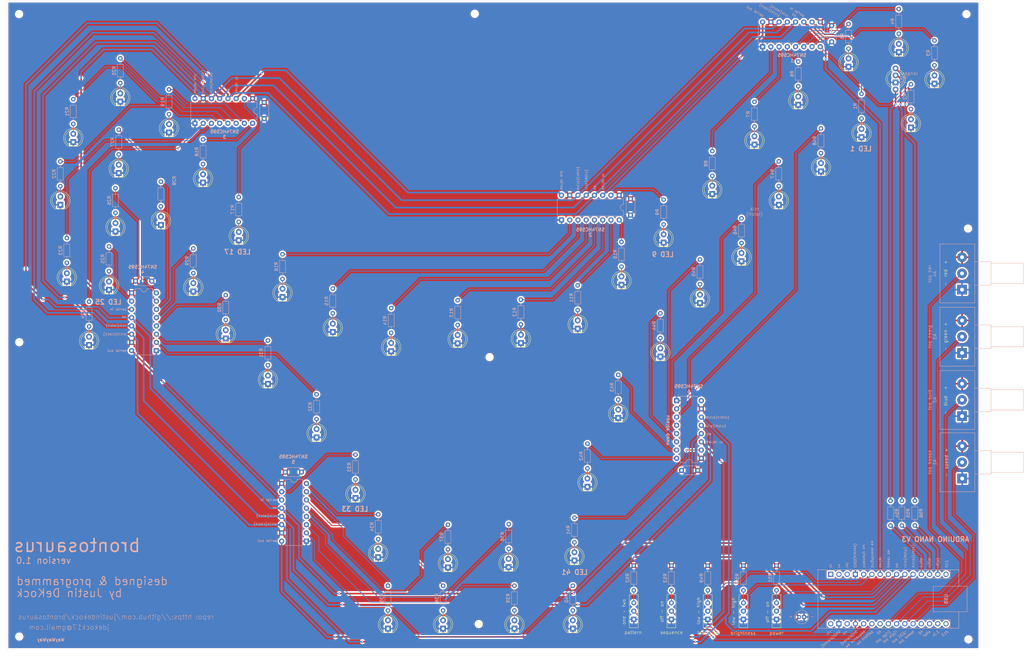
<source format=kicad_pcb>
(kicad_pcb (version 20241229) (generator "pcbnew") (generator_version "9.0")
  (layers (0 "F.Cu" signal) (2 "B.Cu" signal) (5 "F.SilkS" user "F.Silkscreen") (7 "B.SilkS" user "B.Silkscreen") (1 "F.Mask" user) (3 "B.Mask" user) (25 "Edge.Cuts" user))
  (net 0 "")
  (net 1 "/POT3 (A2)")
  (net 3 "/SW2 (D3)")
  (net 4 "Net-(A1-D11)")
  (net 5 "/POT4 (A3)")
  (net 6 "+5V")
  (net 7 "/POT5 (A4)")
  (net 8 "GND")
  (net 11 "/RCLK (D7)")
  (net 12 "/SW4 (A6)")
  (net 13 "/POT2 (A1)")
  (net 15 "Net-(A1-D9)")
  (net 16 "/SW1 (D2)")
  (net 18 "Net-(A1-D10)")
  (net 19 "/SRCLK (D8)")
  (net 23 "/SW5 (A7)")
  (net 25 "/SW3 (D5)")
  (net 26 "/OE (D6)")
  (net 29 "Net-(G1-A)")
  (net 30 "Net-(G2-A)")
  (net 31 "Net-(G3-A)")
  (net 32 "Net-(G4-A)")
  (net 33 "Net-(G5-A)")
  (net 34 "Net-(G6-A)")
  (net 35 "Net-(G7-A)")
  (net 36 "Net-(G8-A)")
  (net 37 "Net-(G9-A)")
  (net 38 "Net-(G10-A)")
  (net 39 "Net-(G11-A)")
  (net 40 "Net-(G12-A)")
  (net 41 "Net-(G13-A)")
  (net 42 "Net-(G14-A)")
  (net 43 "Net-(G15-A)")
  (net 44 "Net-(G16-A)")
  (net 45 "Net-(G17-A)")
  (net 46 "Net-(G18-A)")
  (net 47 "Net-(G19-A)")
  (net 48 "Net-(G20-A)")
  (net 49 "Net-(G21-A)")
  (net 50 "Net-(G22-A)")
  (net 51 "Net-(G23-A)")
  (net 52 "Net-(G24-A)")
  (net 53 "Net-(G25-A)")
  (net 54 "Net-(G26-A)")
  (net 55 "Net-(G27-A)")
  (net 56 "Net-(G28-A)")
  (net 57 "Net-(G29-A)")
  (net 58 "Net-(G30-A)")
  (net 59 "Net-(G31-A)")
  (net 60 "Net-(G32-A)")
  (net 61 "Net-(G33-A)")
  (net 62 "Net-(G34-A)")
  (net 63 "Net-(G35-A)")
  (net 64 "Net-(G36-A)")
  (net 65 "Net-(G37-A)")
  (net 66 "Net-(G38-A)")
  (net 67 "Net-(G39-A)")
  (net 68 "Net-(G40-A)")
  (net 69 "Net-(G41-A)")
  (net 70 "Net-(G42-A)")
  (net 71 "Net-(G43-A)")
  (net 72 "Net-(G44-A)")
  (net 73 "Net-(G45-A)")
  (net 74 "Net-(G46-A)")
  (net 75 "Net-(G47-A)")
  (net 76 "Net-(G48-A)")
  (net 77 "Net-(U1-QA)")
  (net 78 "Net-(U1-QB)")
  (net 79 "Net-(U1-QC)")
  (net 80 "Net-(U1-QD)")
  (net 81 "Net-(U1-QE)")
  (net 82 "Net-(U1-QF)")
  (net 83 "Net-(U1-QG)")
  (net 84 "Net-(U1-QH)")
  (net 85 "Net-(U2-QA)")
  (net 86 "Net-(U2-QE)")
  (net 87 "Net-(U2-QB)")
  (net 88 "Net-(U2-QF)")
  (net 89 "Net-(U2-QC)")
  (net 90 "Net-(U2-QG)")
  (net 91 "Net-(U2-QD)")
  (net 92 "Net-(U2-QH)")
  (net 93 "Net-(U3-QA)")
  (net 94 "Net-(U3-QE)")
  (net 95 "Net-(U3-QB)")
  (net 96 "Net-(U3-QF)")
  (net 97 "Net-(U3-QC)")
  (net 98 "Net-(U3-QG)")
  (net 99 "Net-(U3-QD)")
  (net 100 "Net-(U3-QH)")
  (net 101 "Net-(U4-QA)")
  (net 102 "Net-(U4-QE)")
  (net 103 "Net-(U4-QB)")
  (net 104 "Net-(U4-QF)")
  (net 105 "Net-(U4-QC)")
  (net 106 "Net-(U4-QG)")
  (net 107 "Net-(U4-QD)")
  (net 108 "Net-(U4-QH)")
  (net 109 "Net-(U5-QA)")
  (net 110 "Net-(U5-QE)")
  (net 111 "Net-(U5-QB)")
  (net 112 "Net-(U5-QF)")
  (net 113 "Net-(U5-QC)")
  (net 114 "Net-(U5-QG)")
  (net 115 "Net-(U5-QD)")
  (net 116 "Net-(U5-QH)")
  (net 117 "Net-(U6-QA)")
  (net 118 "Net-(U6-QE)")
  (net 119 "Net-(U6-QB)")
  (net 120 "Net-(U6-QF)")
  (net 121 "Net-(U6-QC)")
  (net 122 "Net-(U6-QG)")
  (net 123 "Net-(U6-QD)")
  (net 124 "Net-(U6-QH)")
  (net 125 "Net-(D1-RK)")
  (net 126 "Net-(D1-GK)")
  (net 127 "Net-(D1-BK)")
  (net 128 "Net-(U1-QH')")
  (net 129 "Net-(U2-QH')")
  (net 130 "Net-(U3-QH')")
  (net 131 "Net-(U4-QH')")
  (net 132 "Net-(U5-QH')")
  (net 134 "/SERIAL (D4)")
  (net 135 "Net-(SW1-A)")
  (net 136 "Net-(SW2-A)")
  (net 137 "Net-(SW3-A)")
  (net 138 "Net-(SW4-A)")
  (net 139 "Net-(SW5-A)")
  (footprint "LED_THT:LED_D5.0mm_Clear" (layer "F.Cu") (at 154.5 127.775 90)
    (property "Reference" "G16" (hide yes))
    (property "Value" "GRN")
  )
  (footprint "MountingHole:MountingHole_2.1mm" (layer "F.Cu") (at 73.3 40.55)
    (property "Reference" "REF**" (hide yes))
    (property "Value" "MountingHole_2.1mm")
  )
  (footprint "LED_THT:LED_D5.0mm_Clear" (layer "F.Cu") (at 245.5 137.54 90)
    (property "Reference" "G11" (hide yes))
    (property "Value" "GRN")
  )
  (footprint "LED_THT:LED_D5.0mm_Clear" (layer "F.Cu") (at 344.5 52.29 90)
    (property "Reference" "G4" (hide yes))
    (property "Value" "GRN")
  )
  (footprint "LED_THT:LED_D5.0mm_Clear" (layer "F.Cu") (at 259 124 90)
    (property "Reference" "G10" (hide yes))
    (property "Value" "GRN" (hide yes))
  )
  (footprint "LED_THT:LED_D5.0mm_Clear" (layer "F.Cu") (at 119.5 77.04 90)
    (property "Reference" "G19" (hide yes))
    (property "Value" "GRN")
  )
  (footprint "jdlib:SlideSwitch3Pin" (layer "F.Cu") (at 262.8 224.6 -90)
    (property "Reference" "SW4" (hide yes))
    (property "Value" "SlideSwitch" (hide yes))
  )
  (footprint "LED_THT:LED_D5.0mm_Clear" (layer "F.Cu") (at 184 208 90)
    (property "Reference" "G34" (hide yes))
    (property "Value" "GRN")
  )
  (footprint "LED_THT:LED_D5.0mm_Clear" (layer "F.Cu") (at 165 171.04 90)
    (property "Reference" "G32" (hide yes))
    (property "Value" "GRN")
  )
  (footprint "MountingHole:MountingHole_2.1mm" (layer "F.Cu") (at 218.35 146.3)
    (property "Reference" "REF**" (hide yes))
    (property "Value" "MountingHole_2.1mm")
  )
  (footprint "LED_THT:LED_D5.0mm_Clear" (layer "F.Cu") (at 333 78.5 90)
    (property "Reference" "G1" (hide yes))
    (property "Value" "GRN")
  )
  (footprint "LED_THT:LED_D5.0mm_Clear" (layer "F.Cu") (at 248.5 186.275 90)
    (property "Reference" "G42" (hide yes))
    (property "Value" "GRN")
  )
  (footprint "LED_THT:LED_D5.0mm_Clear" (layer "F.Cu") (at 348.25 75.54 90)
    (property "Reference" "G2" (hide yes))
    (property "Value" "GRN")
  )
  (footprint "LED_THT:LED_D5.0mm_Clear" (layer "F.Cu") (at 296 116.74 90)
    (property "Reference" "G46" (hide yes))
    (property "Value" "GRN")
  )
  (footprint "LED_THT:LED_D5.0mm_Clear" (layer "F.Cu") (at 283.2 129.6 90)
    (property "Reference" "G45" (hide yes))
    (property "Value" "GRN")
  )
  (footprint "LED_THT:LED_D5.0mm_Clear" (layer "F.Cu") (at 90 80 90)
    (property "Reference" "G21" (hide yes))
    (property "Value" "GRN")
  )
  (footprint "LED_THT:LED_D5.0mm_Clear" (layer "F.Cu") (at 287 96 90)
    (property "Reference" "G8" (hide yes))
    (property "Value" "GRN")
  )
  (footprint "LED_THT:LED_D5.0mm_Clear" (layer "F.Cu") (at 244 230 90)
    (property "Reference" "G40" (hide yes))
    (property "Value" "GRN")
  )
  (footprint "MountingHole:MountingHole_2.1mm" (layer "F.Cu") (at 365.95 233.3)
    (property "Reference" "REF**" (hide yes))
    (property "Value" "MountingHole_2.1mm")
  )
  (footprint "LED_THT:LED_D5.0mm_Clear" (layer "F.Cu") (at 271 146.14 90)
    (property "Reference" "G44" (hide yes))
    (property "Value" "GRN")
  )
  (footprint "LED_THT:LED_D5.0mm_Clear" (layer "F.Cu") (at 141 110.275 90)
    (property "Reference" "G17" (hide yes))
    (property "Value" "GRN")
  )
  (footprint "LED_THT:LED_D5.0mm_Clear" (layer "F.Cu") (at 103 107.54 90)
    (property "Reference" "G26" (hide yes))
    (property "Value" "GRN")
  )
  (footprint "LED_THT:LED_D5.0mm_Clear" (layer "F.Cu") (at 177 189.74 90)
    (property "Reference" "G33" (hide yes))
    (property "Value" "GRN")
  )
  (footprint "LED_THT:LED_D5.0mm_Clear" (layer "F.Cu") (at 94.86 142.56 90)
    (property "Reference" "G24" (hide yes))
    (property "Value" "GRN")
  )
  (footprint "LED_THT:LED_D5.0mm_Clear" (layer "F.Cu") (at 188 144.5 90)
    (property "Reference" "G14" (hide yes))
    (property "Value" "GRN")
  )
  (footprint "LED_THT:LED_D5.0mm_Clear" (layer "F.Cu") (at 130 92.5 90)
    (property "Reference" "G18" (hide yes))
    (property "Value" "GRN")
  )
  (footprint "LED_THT:LED_D5.0mm_Clear" (layer "F.Cu") (at 205.5 211.14 90)
    (property "Reference" "G37" (hide yes))
    (property "Value" "GRN")
  )
  (footprint "LED_THT:LED_D5.0mm_Clear" (layer "F.Cu") (at 104 89.54 90)
    (property "Reference" "G27" (hide yes))
    (property "Value" "GRN")
  )
  (footprint "MountingHole:MountingHole_2.1mm" (layer "F.Cu") (at 365.35 40.55)
    (property "Reference" "REF**" (hide yes))
    (property "Value" "MountingHole_2.1mm")
  )
  (footprint "MountingHole:MountingHole_2.1mm" (layer "F.Cu") (at 73.35 232.45)
    (property "Reference" "REF**" (hide yes))
    (property "Value" "MountingHole_2.1mm")
  )
  (footprint "LED_THT:LED_D5.0mm_Clear" (layer "F.Cu") (at 258 165.04 90)
    (property "Reference" "G43" (hide yes))
    (property "Value" "GRN")
  )
  (footprint "LED_THT:LED_D5.0mm_Clear" (layer "F.Cu") (at 244.5 209 90)
    (property "Reference" "G41" (hide yes))
    (property "Value" "GRN")
  )
  (footprint "LED_THT:LED_D5.0mm_Clear" (layer "F.Cu") (at 88 123 90)
    (property "Reference" "G23" (hide yes))
    (property "Value" "GRN")
  )
  (footprint "LED_THT:LED_D5.0mm_Clear" (layer "F.Cu") (at 355.5 62 90)
    (property "Reference" "G3" (hide yes))
    (property "Value" "GRN")
  )
  (footprint "LED_THT:LED_D5.0mm_Clear" (layer "F.Cu") (at 150 154.54 90)
    (property "Reference" "G31" (hide yes))
    (property "Value" "GRN")
  )
  (footprint "LED_THT:LED_D5.0mm_Clear" (layer "F.Cu") (at 86 99.34 90)
    (property "Reference" "G22" (hide yes))
    (property "Value" "GRN")
  )
  (footprint "LED_THT:LED_D5.0mm_Clear" (layer "F.Cu") (at 224.19 211.04 90)
    (property "Reference" "G38" (hide yes))
    (property "Value" "GRN")
  )
  (footprint "jdlib:SlideSwitch3Pin" (layer "F.Cu") (at 274.4 224.6 -90)
    (property "Reference" "SW5" (hide yes))
    (property "Value" "SlideSwitch" (hide yes))
  )
  (footprint "LED_THT:LED_D5.0mm_Clear" (layer "F.Cu") (at 272 111 90)
    (property "Reference" "G9" (hide yes))
    (property "Value" "GRN")
  )
  (footprint "MountingHole:MountingHole_2.1mm" (layer "F.Cu") (at 365.85 106.65)
    (property "Reference" "REF**" (hide yes))
    (property "Value" "MountingHole_2.1mm")
  )
  (footprint "LED_THT:LED_D5.0mm_Clear" (layer "F.Cu") (at 101 125.54 90)
    (property "Reference" "G25" (hide yes))
    (property "Value" "GRN")
  )
  (footprint "jdlib:SlideSwitch3Pin" (layer "F.Cu") (at 306.8 224.6 -90)
    (property "Reference" "SW3" (hide yes))
    (property "Value" "SlideSwitch" (hide yes))
  )
  (footprint "LED_THT:LED_D5.0mm_Clear" (layer "F.Cu") (at 307.5 99.34 90)
    (property "Reference" "G47" (hide yes))
    (property "Value" "GRN")
  )
  (footprint "MountingHole:MountingHole_2.1mm" (layer "F.Cu") (at 215 228.6)
    (property "Reference" "REF**" (hide yes))
    (property "Value" "MountingHole_2.1mm")
  )
  (footprint "LED_THT:LED_D5.0mm_Clear" (layer "F.Cu") (at 226 230 90)
    (property "Reference" "G39" (hide yes))
    (property "Value" "GRN")
  )
  (footprint "LED_THT:LED_D5.0mm_Clear" (layer "F.Cu") (at 204 230 90)
    (property "Reference" "G36" (hide yes))
    (property "Value" "GRN")
  )
  (footprint "LED_THT:LED_D5.0mm_Clear" (layer "F.Cu") (at 329 56.775 90)
    (property "Reference" "G5" (hide yes))
    (property "Value" "GRN")
  )
  (footprint "MountingHole:MountingHole_2.1mm" (layer "F.Cu") (at 213.775 40.45)
    (property "Reference" "REF**" (hide yes))
    (property "Value" "MountingHole_2.1mm")
  )
  (footprint "LED_THT:LED_D5.0mm_Clear" (layer "F.Cu") (at 137 140.54 90)
    (property "Reference" "G30" (hide yes))
    (property "Value" "GRN")
  )
  (footprint "jdlib:LED_D5.0mm-4_RGB_Wide_Pins" (layer "F.Cu") (at 343.5 63.76 90)
    (property "Reference" "D1" (hide yes))
    (property "Value" "LED_ARGB")
  )
  (footprint "LED_THT:LED_D5.0mm_Clear" (layer "F.Cu") (at 228 141.95 90)
    (property "Reference" "G12" (hide yes))
    (property "Value" "GRN")
  )
  (footprint "jdlib:SlideSwitch3Pin" (layer "F.Cu") (at 296.6 224.6 -90)
    (property "Reference" "SW2" (hide yes))
    (property "Value" "SlideSwitch" (hide yes))
  )
  (footprint "LED_THT:LED_D5.0mm_Clear" (layer "F.Cu") (at 117 105.54 90)
    (property "Reference" "G28" (hide yes))
    (property "Value" "GRN")
  )
  (footprint "MountingHole:MountingHole_2.1mm" (layer "F.Cu") (at 73.35 141.7)
    (property "Reference" "REF**" (hide yes))
    (property "Value" "MountingHole_2.1mm")
  )
  (footprint "LED_THT:LED_D5.0mm_Clear" (layer "F.Cu") (at 313.5 68.5 90)
    (property "Reference" "G6" (hide yes))
    (property "Value" "GRN")
  )
  (footprint "LED_THT:LED_D5.0mm_Clear" (layer "F.Cu") (at 208.5 142.04 90)
    (property "Reference" "G13" (hide yes))
    (property "Value" "GRN")
  )
  (footprint "LED_THT:LED_D5.0mm_Clear" (layer "F.Cu") (at 104.5 67.54 90)
    (property "Reference" "G20" (hide yes))
    (property "Value" "GRN")
  )
  (footprint "LED_THT:LED_D5.0mm_Clear" (layer "F.Cu") (at 300 80.775 90)
    (property "Reference" "G7" (hide yes))
    (property "Value" "GRN")
  )
  (footprint "LED_THT:LED_D5.0mm_Clear" (layer "F.Cu") (at 170 138.54 90)
    (property "Reference" "G15" (hide yes))
    (property "Value" "GRN")
  )
  (footprint "LED_THT:LED_D5.0mm_Clear" (layer "F.Cu") (at 187 230 90)
    (property "Reference" "G35" (hide yes))
    (property "Value" "GRN")
  )
  (footprint "LED_THT:LED_D5.0mm_Clear" (layer "F.Cu") (at 320.5 89.04 90)
    (property "Reference" "G48" (hide yes))
    (property "Value" "GRN")
  )
  (footprint "jdlib:SlideSwitch3Pin" (layer "F.Cu") (at 285.6 224.6 -90)
    (property "Reference" "SW1" (hide yes))
    (property "Value" "SlideSwitch" (hide yes))
  )
  (footprint "LED_THT:LED_D5.0mm_Clear" (layer "F.Cu") (at 127 126.04 90)
    (property "Reference" "G29" (hide yes))
    (property "Value" "GRN")
  )
  (footprint "Resistor_THT:R_Axial_DIN0204_L3.6mm_D1.6mm_P7.62mm_Horizontal" (layer "B.Cu") (at 101 112.18 -90)
    (property "Reference" "R25")
    (property "Value" "470Ω")
  )
  (footprint "Resistor_THT:R_Axial_DIN0204_L3.6mm_D1.6mm_P7.62mm_Horizontal" (layer "B.Cu") (at 119.5 63.78 -90)
    (property "Reference" "R19")
    (property "Value" "470Ω")
  )
  (footprint "Resistor_THT:R_Axial_DIN0204_L3.6mm_D1.6mm_P7.62mm_Horizontal" (layer "B.Cu") (at 271 132.78 -90)
    (property "Reference" "R44")
    (property "Value" "470Ω")
  )
  (footprint "Capacitor_THT:C_Disc_D5.0mm_W2.5mm_P5.00mm" (layer "B.Cu") (at 109.185 122.86)
    (property "Reference" "C6" (hide yes))
    (property "Value" "100nF")
  )
  (footprint "Capacitor_THT:C_Disc_D5.0mm_W2.5mm_P5.00mm" (layer "B.Cu") (at 323.8 44.1 -90)
    (property "Reference" "C2" (hide yes))
    (property "Value" "100nF")
  )
  (footprint "Resistor_THT:R_Axial_DIN0204_L3.6mm_D1.6mm_P7.62mm_Horizontal" (layer "B.Cu") (at 313.5 55.18 -90)
    (property "Reference" "R6")
    (property "Value" "470Ω")
  )
  (footprint "Resistor_THT:R_Axial_DIN0204_L3.6mm_D1.6mm_P7.62mm_Horizontal" (layer "B.Cu") (at 88 109.58 -90)
    (property "Reference" "R23")
    (property "Value" "470Ω")
  )
  (footprint "Resistor_THT:R_Axial_DIN0204_L3.6mm_D1.6mm_P7.62mm_Horizontal" (layer "B.Cu") (at 94.86 129.21 -90)
    (property "Reference" "R24")
    (property "Value" "470Ω")
  )
  (footprint "Resistor_THT:R_Axial_DIN0204_L3.6mm_D1.6mm_P7.62mm_Horizontal" (layer "B.Cu") (at 188 131.18 -90)
    (property "Reference" "R14")
    (property "Value" "470Ω")
  )
  (footprint "Resistor_THT:R_Axial_DIN0204_L3.6mm_D1.6mm_P7.62mm_Horizontal" (layer "B.Cu") (at 307.5 85.94 -90)
    (property "Reference" "R47")
    (property "Value" "470Ω")
  )
  (footprint "Resistor_THT:R_Axial_DIN0204_L3.6mm_D1.6mm_P7.62mm_Horizontal" (layer "B.Cu") (at 187 216.78 -90)
    (property "Reference" "R35")
    (property "Value" "470Ω")
  )
  (footprint "Capacitor_THT:C_Disc_D5.0mm_W2.5mm_P5.00mm" (layer "B.Cu") (at 261.8 97.5 -90)
    (property "Reference" "C5" (hide yes))
    (property "Value" "100nF")
  )
  (footprint "Resistor_THT:R_Axial_DIN0204_L3.6mm_D1.6mm_P7.62mm_Horizontal" (layer "B.Cu") (at 165 157.78 -90)
    (property "Reference" "R32")
    (property "Value" "470Ω")
  )
  (footprint "Resistor_THT:R_Axial_DIN0204_L3.6mm_D1.6mm_P7.62mm_Horizontal" (layer "B.Cu") (at 86 85.98 -90)
    (property "Reference" "R22")
    (property "Value" "470Ω")
  )
  (footprint "Resistor_THT:R_Axial_DIN0204_L3.6mm_D1.6mm_P7.62mm_Horizontal" (layer "B.Cu") (at 306.8 210.58 -90)
    (property "Reference" "R51")
    (property "Value" "10KΩ")
  )
  (footprint "Resistor_THT:R_Axial_DIN0204_L3.6mm_D1.6mm_P7.62mm_Horizontal" (layer "B.Cu") (at 259 110.78 -90)
    (property "Reference" "R10")
    (property "Value" "470Ω")
  )
  (footprint "Resistor_THT:R_Axial_DIN0204_L3.6mm_D1.6mm_P7.62mm_Horizontal" (layer "B.Cu") (at 184 194.79 -90)
    (property "Reference" "R34")
    (property "Value" "470Ω")
  )
  (footprint "Resistor_THT:R_Axial_DIN0204_L3.6mm_D1.6mm_P7.62mm_Horizontal" (layer "B.Cu") (at 333 65.13 -90)
    (property "Reference" "R1")
    (property "Value" "470Ω")
  )
  (footprint "jdlib:74HC595_7.62mm" (layer "B.Cu") (at 161.86 185.25 180)
    (property "Reference" "U5" (hide yes))
    (property "Value" "SN74HC595")
  )
  (footprint "Resistor_THT:R_Axial_DIN0204_L3.6mm_D1.6mm_P7.62mm_Horizontal" (layer "B.Cu") (at 262.8 210.59 -90)
    (property "Reference" "R52")
    (property "Value" "10KΩ")
  )
  (footprint "jdlib:pot_left" (layer "B.Cu") (at 364.03 173.73 180)
    (property "Reference" "RV2" (hide yes))
    (property "Value" "10k Pot")
  )
  (footprint "Resistor_THT:R_Axial_DIN0204_L3.6mm_D1.6mm_P7.62mm_Horizontal" (layer "B.Cu") (at 248.5 172.98 -90)
    (property "Reference" "R42")
    (property "Value" "470Ω")
  )
  (footprint "jdlib:pot_left" (layer "B.Cu") (at 364 115.5 180)
    (property "Reference" "RV5" (hide yes))
    (property "Value" "10k Pot")
  )
  (footprint "Resistor_THT:R_Axial_DIN0204_L3.6mm_D1.6mm_P7.62mm_Horizontal" (layer "B.Cu") (at 344.5 38.98 -90)
    (property "Reference" "R4")
    (property "Value" "470Ω")
  )
  (footprint "Capacitor_THT:C_Disc_D5.0mm_W2.5mm_P5.00mm" (layer "B.Cu") (at 155.355 181.74)
    (property "Reference" "C4" (hide yes))
    (property "Value" "100nF")
  )
  (footprint "Resistor_THT:R_Axial_DIN0204_L3.6mm_D1.6mm_P7.62mm_Horizontal" (layer "B.Cu") (at 127 112.78 -90)
    (property "Reference" "R29")
    (property "Value" "470Ω")
  )
  (footprint "Resistor_THT:R_Axial_DIN0204_L3.6mm_D1.6mm_P7.62mm_Horizontal" (layer "B.Cu") (at 150 141.18 -90)
    (property "Reference" "R31")
    (property "Value" "470Ω")
  )
  (footprint "jdlib:pot_left" (layer "B.Cu") (at 364 154.5 180)
    (property "Reference" "RV3" (hide yes))
    (property "Value" "10k Pot")
  )
  (footprint "Resistor_THT:R_Axial_DIN0204_L3.6mm_D1.6mm_P7.62mm_Horizontal" (layer "B.Cu") (at 104.5 54.18 -90)
    (property "Reference" "R20")
    (property "Value" "470Ω")
  )
  (footprint "Resistor_THT:R_Axial_DIN0204_L3.6mm_D1.6mm_P7.62mm_Horizontal" (layer "B.Cu") (at 228 128.59 -90)
    (property "Reference" "R12")
    (property "Value" "470Ω")
  )
  (footprint "Resistor_THT:R_Axial_DIN0204_L3.6mm_D1.6mm_P7.62mm_Horizontal" (layer "B.Cu") (at 274.4 210.59 -90)
    (property "Reference" "R53")
    (property "Value" "10KΩ")
  )
  (footprint "Resistor_THT:R_Axial_DIN0204_L3.6mm_D1.6mm_P7.62mm_Horizontal" (layer "B.Cu") (at 177 176.38 -90)
    (property "Reference" "R33")
    (property "Value" "470Ω")
  )
  (footprint "Resistor_THT:R_Axial_DIN0204_L3.6mm_D1.6mm_P7.62mm_Horizontal" (layer "B.Cu") (at 170 125.18 -90)
    (property "Reference" "R15")
    (property "Value" "470Ω")
  )
  (footprint "Resistor_THT:R_Axial_DIN0204_L3.6mm_D1.6mm_P7.62mm_Horizontal" (layer "B.Cu") (at 117 92.19 -90)
    (property "Reference" "R28")
    (property "Value" "470Ω")
  )
  (footprint "Capacitor_THT:C_Disc_D5.0mm_W2.5mm_P5.00mm" (layer "B.Cu") (at 148.85 67.785 -90)
    (property "Reference" "C3" (hide yes))
    (property "Value" "100nF")
  )
  (footprint "Resistor_THT:R_Axial_DIN0204_L3.6mm_D1.6mm_P7.62mm_Horizontal" (layer "B.Cu") (at 130 79.18 -90)
    (property "Reference" "R18")
    (property "Value" "470Ω")
  )
  (footprint "Resistor_THT:R_Axial_DIN0204_L3.6mm_D1.6mm_P7.62mm_Horizontal" (layer "B.Cu") (at 355.5 48.69 -90)
    (property "Reference" "R3")
    (property "Value" "470Ω")
  )
  (footprint "Resistor_THT:R_Axial_DIN0204_L3.6mm_D1.6mm_P7.62mm_Horizontal" (layer "B.Cu") (at 244.5 195.78 -90)
    (property "Reference" "R41")
    (property "Value" "470Ω")
  )
  (footprint "jdlib:74HC595_7.62mm" (layer "B.Cu") (at 258.29 104.005 90)
    (property "Reference" "U2" (hide yes))
    (property "Value" "SN74HC595")
  )
  (footprint "jdlib:74HC595_7.62mm" (layer "B.Cu") (at 320.29 50.605 90)
    (property "Reference" "U1" (hide yes))
    (property "Value" "SN74HC595")
  )
  (footprint "jdlib:C_Radial_D4.0mm_H5.0mm_P1.50mm" (layer "B.Cu") (at 315.31 226.42 180)
    (property "Reference" "C1" (hide yes))
    (property "Value" "10uF")
  )
  (footprint "Resistor_THT:R_Axial_DIN0204_L3.6mm_D1.6mm_P7.62mm_Horizontal" (layer "B.Cu") (at 296.6 210.59 -90)
    (property "Reference" "R50")
    (property "Value" "10KΩ")
  )
  (footprint "Resistor_THT:R_Axial_DIN0204_L3.6mm_D1.6mm_P7.62mm_Horizontal" (layer "B.Cu") (at 208.5 128.78 -90)
    (property "Reference" "R13")
    (property "Value" "470Ω")
  )
  (footprint "Resistor_THT:R_Axial_DIN0204_L3.6mm_D1.6mm_P7.62mm_Horizontal" (layer "B.Cu") (at 296 103.5 -90)
    (property "Reference" "R46")
    (property "Value" "470Ω")
  )
  (footprint "Resistor_THT:R_Axial_DIN0204_L3.6mm_D1.6mm_P7.62mm_Horizontal" (layer "B.Cu") (at 272 97.75 -90)
    (property "Reference" "R9")
    (property "Value" "470Ω")
  )
  (footprint "Resistor_THT:R_Axial_DIN0204_L3.6mm_D1.6mm_P7.62mm_Horizontal" (layer "B.Cu") (at 245.5 124.19 -90)
    (property "Reference" "R11")
    (property "Value" "470Ω")
  )
  (footprint "Resistor_THT:R_Axial_DIN0204_L3.6mm_D1.6mm_P7.62mm_Horizontal" (layer "B.Cu") (at 141 96.98 -90)
    (property "Reference" "R17")
    (property "Value" "470Ω")
  )
  (footprint "jdlib:74HC595_7.62mm" (layer "B.Cu") (at 275.995 177.49)
    (property "Reference" "U6" (hide yes))
    (property "Value" "SN74HC595")
  )
  (footprint "Resistor_THT:R_Axial_DIN0204_L3.6mm_D1.6mm_P7.62mm_Horizontal" (layer "B.Cu") (at 349.45 198.21 90)
    (property "Reference" "R56")
    (property "Value" "470Ω")
  )
  (footprint "jdlib:74HC595_7.62mm" (layer "B.Cu") (at 115.605 126.51 180)
    (property "Reference" "U4" (hide yes))
    (property "Value" "SN74HC595")
  )
  (footprint "Resistor_THT:R_Axial_DIN0204_L3.6mm_D1.6mm_P7.62mm_Horizontal" (layer "B.Cu") (at 329 43.58 -90)
    (property "Reference" "R5")
    (property "Value" "470Ω")
  )
  (footprint "Resistor_THT:R_Axial_DIN0204_L3.6mm_D1.6mm_P7.62mm_Horizontal" (layer "B.Cu") (at 103 94.19 -90)
    (property "Reference" "R26")
    (property "Value" "470Ω")
  )
  (footprint "Resistor_THT:R_Axial_DIN0204_L3.6mm_D1.6mm_P7.62mm_Horizontal" (layer "B.Cu") (at 154.5 114.58 -90)
    (property "Reference" "R16")
    (property "Value" "470Ω")
  )
  (footprint "Resistor_THT:R_Axial_DIN0204_L3.6mm_D1.6mm_P7.62mm_Horizontal" (layer "B.Cu") (at 320.5 75.78 -90)
    (property "Reference" "R48")
    (property "Value" "470Ω")
  )
  (footprint "Resistor_THT:R_Axial_DIN0204_L3.6mm_D1.6mm_P7.62mm_Horizontal" (layer "B.Cu") (at 104 76.18 -90)
    (property "Reference" "R27")
    (property "Value" "470Ω")
  )
  (footprint "jdlib:Arduino_Nano" (layer "B.Cu") (at 323.5 213.26 -90)
    (property "Reference" "A1" (hide yes))
    (property "Value" "Arduino_Nano_v3.x")
  )
  (footprint "Resistor_THT:R_Axial_DIN0204_L3.6mm_D1.6mm_P7.62mm_Horizontal" (layer "B.Cu") (at 348.25 62.19 -90)
    (property "Reference" "R2")
    (property "Value" "470Ω")
  )
  (footprint "Resistor_THT:R_Axial_DIN0204_L3.6mm_D1.6mm_P7.62mm_Horizontal" (layer "B.Cu") (at 283.2 116.19 -90)
    (property "Reference" "R45")
    (property "Value" "470Ω")
  )
  (footprint "Resistor_THT:R_Axial_DIN0204_L3.6mm_D1.6mm_P7.62mm_Horizontal" (layer "B.Cu") (at 244 216.78 -90)
    (property "Reference" "R40")
    (property "Value" "470Ω")
  )
  (footprint "jdlib:74HC595_7.62mm" (layer "B.Cu") (at 145.29 74.205 90)
    (property "Reference" "U3" (hide yes))
    (property "Value" "SN74HC595")
  )
  (footprint "Resistor_THT:R_Axial_DIN0204_L3.6mm_D1.6mm_P7.62mm_Horizontal" (layer "B.Cu") (at 204 216.78 -90)
    (property "Reference" "R36")
    (property "Value" "470Ω")
  )
  (footprint "Resistor_THT:R_Axial_DIN0204_L3.6mm_D1.6mm_P7.62mm_Horizontal" (layer "B.Cu") (at 341.95 198.21 90)
    (property "Reference" "R54")
    (property "Value" "470Ω")
  )
  (footprint "Resistor_THT:R_Axial_DIN0204_L3.6mm_D1.6mm_P7.62mm_Horizontal" (layer "B.Cu") (at 226 216.78 -90)
    (property "Reference" "R39")
    (property "Value" "470Ω")
  )
  (footprint "Resistor_THT:R_Axial_DIN0204_L3.6mm_D1.6mm_P7.62mm_Horizontal" (layer "B.Cu") (at 345.45 198.21 90)
    (property "Reference" "R55")
    (property "Value" "470Ω")
  )
  (footprint "Resistor_THT:R_Axial_DIN0204_L3.6mm_D1.6mm_P7.62mm_Horizontal" (layer "B.Cu") (at 285.6 210.59 -90)
    (property "Reference" "R49")
    (property "Value" "10KΩ")
  )
  (footprint "Resistor_THT:R_Axial_DIN0204_L3.6mm_D1.6mm_P7.62mm_Horizontal" (layer "B.Cu") (at 224.25 197.78 -90)
    (property "Reference" "R38")
    (property "Value" "470Ω")
  )
  (footprint "Resistor_THT:R_Axial_DIN0204_L3.6mm_D1.6mm_P7.62mm_Horizontal" (layer "B.Cu") (at 287 82.78 -90)
    (property "Reference" "R8")
    (property "Value" "470Ω")
  )
  (footprint "jdlib:pot_left" (layer "B.Cu") (at 364 135 180)
    (property "Reference" "RV4" (hide yes))
    (property "Value" "10k Pot")
  )
  (footprint "Resistor_THT:R_Axial_DIN0204_L3.6mm_D1.6mm_P7.62mm_Horizontal" (layer "B.Cu") (at 137 127.18 -90)
    (property "Reference" "R30")
    (property "Value" "470Ω")
  )
  (footprint "Resistor_THT:R_Axial_DIN0204_L3.6mm_D1.6mm_P7.62mm_Horizontal" (layer "B.Cu") (at 300 67.58 -90)
    (property "Reference" "R7")
    (property "Value" "470Ω")
  )
  (footprint "Resistor_THT:R_Axial_DIN0204_L3.6mm_D1.6mm_P7.62mm_Horizontal" (layer "B.Cu") (at 258 151.78 -90)
    (property "Reference" "R43")
    (property "Value" "470Ω")
  )
  (footprint "Resistor_THT:R_Axial_DIN0204_L3.6mm_D1.6mm_P7.62mm_Horizontal" (layer "B.Cu") (at 205.5 197.94 -90)
    (property "Reference" "R37")
    (property "Value" "470Ω")
  )
  (footprint "Capacitor_THT:C_Disc_D5.0mm_W2.5mm_P5.00mm" (layer "B.Cu") (at 282.515 181.21 180)
    (property "Reference" "C7" (hide yes))
    (property "Value" "100nF")
  )
  (footprint "Resistor_THT:R_Axial_DIN0204_L3.6mm_D1.6mm_P7.62mm_Horizontal" (layer "B.Cu") (at 90 66.78 -90)
    (property "Reference" "R21")
    (property "Value" "470Ω")
  )
  (gr_rect (start 69.5 36.5) (end 369.5 236.5) (stroke (width 0.05)) (fill no) (layer "Edge.Cuts"))
  (gr_text "+" (at 359.49 156.44 90) (layer "F.SilkS") (effects (font (size 1 1) (thickness 0.1)) (justify left bottom)))
  (gr_text "red" (at 359.49 121.66 90) (layer "F.SilkS") (effects (font (size 1 1) (thickness 0.1)) (justify left bottom)))
  (gr_text "one - two" (at 260.32 228.86 90) (layer "F.SilkS") (effects (font (size 1 1) (thickness 0.1)) (justify left bottom)))
  (gr_text "blue" (at 359.49 161.39 90) (layer "F.SilkS") (effects (font (size 1 1) (thickness 0.1)) (justify left bottom)))
  (gr_text "pattern" (at 259.85 231.75 0) (layer "F.SilkS") (effects (font (size 1 1) (thickness 0.1)) (justify left bottom)))
  (gr_text "speed" (at 359.73 180.85 90) (layer "F.SilkS") (effects (font (size 1 1) (thickness 0.1)) (justify left bottom)))
  (gr_text "-" (at 359.49 164.1 90) (layer "F.SilkS") (effects (font (size 1 1) (thickness 0.1)) (justify left bottom)))
  (gr_text "green" (at 359.49 142.04 90) (layer "F.SilkS") (effects (font (size 1 1) (thickness 0.1)) (justify left bottom)))
  (gr_text "low - high\n" (at 294.1 228.94 90) (layer "F.SilkS") (effects (font (size 1 1) (thickness 0.1)) (justify left bottom)))
  (gr_text "brightness" (at 292.55 232 0) (layer "F.SilkS") (effects (font (size 1 1) (thickness 0.1)) (justify left bottom)))
  (gr_text "intensity" (at 282.3 231.95 0) (layer "F.SilkS") (effects (font (size 1 1) (thickness 0.1)) (justify left bottom)))
  (gr_text "-" (at 359.49 144.5 90) (layer "F.SilkS") (effects (font (size 1 1) (thickness 0.1)) (justify left bottom)))
  (gr_text "off - on" (at 272.04 228.11 90) (layer "F.SilkS") (effects (font (size 1 1) (thickness 0.1)) (justify left bottom)))
  (gr_text "+" (at 359.73 175.65 90) (layer "F.SilkS") (effects (font (size 1 1) (thickness 0.1)) (justify left bottom)))
  (gr_text "+" (at 359.49 136.84 90) (layer "F.SilkS") (effects (font (size 1 1) (thickness 0.1)) (justify left bottom)))
  (gr_text "-" (at 359.49 124.49 90) (layer "F.SilkS") (effects (font (size 1 1) (thickness 0.1)) (justify left bottom)))
  (gr_text "off - on" (at 304.57 228.26 90) (layer "F.SilkS") (effects (font (size 1 1) (thickness 0.1)) (justify left bottom)))
  (gr_text "power" (at 304.6 231.95 0) (layer "F.SilkS") (effects (font (size 1 1) (thickness 0.1)) (justify left bottom)))
  (gr_text "sequence" (at 270.9 231.75 0) (layer "F.SilkS") (effects (font (size 1 1) (thickness 0.1)) (justify left bottom)))
  (gr_text "-" (at 359.73 183.31 90) (layer "F.SilkS") (effects (font (size 1 1) (thickness 0.1)) (justify left bottom)))
  (gr_text "low - high\n" (at 283.31 228.82 90) (layer "F.SilkS") (effects (font (size 1 1) (thickness 0.1)) (justify left bottom)))
  (gr_text "+" (at 359.49 117.72 90) (layer "F.SilkS") (effects (font (size 1 1) (thickness 0.1)) (justify left bottom)))
  (gr_text "serial in" (at 152.8 190.75 0) (layer "B.SilkS") (effects (font (size 0.8 0.8) (thickness 0.1)) (justify left bottom mirror)))
  (gr_text "oe" (at 285.3 169.65 180) (layer "B.SilkS") (effects (font (size 0.8 0.8) (thickness 0.1)) (justify left bottom mirror)))
  (gr_text "d13" (at 359.05 231.800129 40) (layer "B.SilkS") (effects (font (size 0.8 0.8) (thickness 0.1)) (justify bottom mirror)))
  (gr_text "serial in" (at 139.9 64.981905 270) (layer "B.SilkS") (effects (font (size 0.8 0.8) (thickness 0.1)) (justify left bottom mirror)))
  (gr_text "by Justin DeKock" (at 72.3 220.5 0) (layer "B.SilkS") (effects (font (size 2.5 2.5) (thickness 0.25)) (justify right bottom mirror)))
  (gr_text "-" (at 318.51 226.82 0) (layer "B.SilkS") (effects (font (size 1 1) (thickness 0.1)) (justify left bottom mirror)))
  (gr_text "version 1.0" (at 89.45 210.15 0) (layer "B.SilkS") (effects (font (size 2 2) (thickness 0.25)) (justify left bottom mirror)))
  (gr_text "rst" (at 328.1 210.402382 270) (layer "B.SilkS") (effects (font (size 0.8 0.8) (thickness 0.1)) (justify bottom mirror)))
  (gr_text "GND(planed)" (at 330.55 207.45 270) (layer "B.SilkS") (effects (font (size 0.8 0.8) (thickness 0.1)) (justify bottom mirror)))
  (gr_text "power sw" (at 341 208.421429 270) (layer "B.SilkS") (effects (font (size 0.8 0.8) (thickness 0.1)) (justify bottom mirror)))
  (gr_text "vin" (at 323.25 231.628719 40) (layer "B.SilkS") (effects (font (size 0.8 0.8) (thickness 0.1)) (justify bottom mirror)))
  (gr_text "oe" (at 152.8 193.1 0) (layer "B.SilkS") (effects (font (size 0.8 0.8) (thickness 0.1)) (justify left bottom mirror)))
  (gr_text "SN74HC595\n5" (at 157.85 179.2 0) (layer "B.SilkS") (effects (font (size 1 1) (thickness 0.2) (bold yes)) (justify bottom mirror)))
  (gr_text "brightness sw" (at 335.95 207.05 270) (layer "B.SilkS") (effects (font (size 0.8 0.8) (thickness 0.1)) (justify bottom mirror)))
  (gr_text "<-" (at 344.49 61.02 180) (layer "B.SilkS") (effects (font (size 1 1) (thickness 0.1)) (justify left bottom mirror)))
  (gr_text "pattern sw" (at 334.3 233.122435 40) (layer "B.SilkS") (effects (font (size 0.8 0.8) (thickness 0.1)) (justify bottom mirror)))
  (gr_text "blue pot\nA2" (at 356.2 159.5 90) (layer "B.SilkS") (effects (font (size 1 1) (thickness 0.1)) (justify bottom mirror)))
  (gr_text "rclk(latch)" (at 288.1 167.15 180) (layer "B.SilkS") (effects (font (size 0.8 0.8) (thickness 0.1)) (justify bottom mirror)))
  (gr_text "A0" (at 351.55 231.543014 40) (layer "B.SilkS") (effects (font (size 0.8 0.8) (thickness 0.1)) (justify bottom mirror)))
  (gr_text "srclk(clock)" (at 245.2 91.168095 270) (layer "B.SilkS") (effects (font (size 0.8 0.8) (thickness 0.1)) (justify bottom mirror)))
  (gr_text "oe" (at 137.4 64.981905 270) (layer "B.SilkS") (effects (font (size 0.8 0.8) (thickness 0.1)) (justify left bottom mirror)))
  (gr_text "repo: https://github.com/justindekock/brontosaurus" (at 133.4 227.25 0) (layer "B.SilkS") (effects (font (size 1.5 1.5) (thickness 0.1)) (justify left bottom mirror)))
  (gr_text "brontosaurus" (at 111 206.7 0) (layer "B.SilkS") (effects (font (size 4 4) (thickness 0.5)) (justify left bottom mirror)))
  (gr_text "ARDUINO NANO V3" (at 366.35 203.35 0) (layer "B.SilkS") (effects (font (size 1.5 1.5) (thickness 0.3) (bold yes)) (justify left bottom mirror)))
  (gr_text "intensity sw" (at 333.35 207.621429 270) (layer "B.SilkS") (effects (font (size 0.8 0.8) (thickness 0.1)) (justify bottom mirror)))
  (gr_text "(r)gb pot" (at 339.9 232.853077 40) (layer "B.SilkS") (effects (font (size 0.8 0.8) (thickness 0.1)) (justify bottom mirror)))
  (gr_text "rg(b) pot" (at 344.9 232.853077 40) (layer "B.SilkS") (effects (font (size 0.8 0.8) (thickness 0.1)) (justify bottom mirror)))
  (gr_text "LED 1" (at 336.32 82.93 0) (layer "B.SilkS") (effects (font (size 1.5 1.5) (thickness 0.3) (bold yes)) (justify left bottom mirror)))
  (gr_text "oe" (at 250.4 94.8 270) (layer "B.SilkS") (effects (font (size 0.8 0.8) (thickness 0.1)) (justify left bottom mirror)))
  (gr_text "srclk(clock)" (at 288.65 164.5 180) (layer "B.SilkS") (effects (font (size 0.8 0.8) (thickness 0.1)) (justify bottom mirror)))
  (gr_text "oe" (at 106.4 134.3 0) (layer "B.SilkS") (effects (font (size 0.8 0.8) (thickness 0.1)) (justify left bottom mirror)))
  (gr_text "rclk(latch)" (at 149.568095 195.65 0) (layer "B.SilkS") (effects (font (size 0.8 0.8) (thickness 0.1)) (justify bottom mirror)))
  (gr_text "tx" (at 323.1 210.650001 270) (layer "B.SilkS") (effects (font (size 0.8 0.8) (thickness 0.1)) (justify bottom mirror)))
  (gr_text "designed & programmed" (at 72.3 216.8 0) (layer "B.SilkS") (effects (font (size 2.5 2.5) (thickness 0.25)) (justify right bottom mirror)))
  (gr_text "oe" (at 343.55 211.272382 270) (layer "B.SilkS") (effects (font (size 0.8 0.8) (thickness 0.1)) (justify left bottom mirror)))
  (gr_text "upside down" (at 273.8 164 90) (layer "B.SilkS") (effects (font (size 1 1) (thickness 0.2) (bold yes)) (justify left bottom mirror)))
  (gr_text "rclk(latch)" (at 307.4 39.934048 330) (layer "B.SilkS") (effects (font (size 0.8 0.8) (thickness 0.1)) (justify bottom mirror)))
  (gr_text "r(g)b pot" (at 342.05 232.853077 40) (layer "B.SilkS") (effects (font (size 0.8 0.8) (thickness 0.1)) (justify bottom mirror)))
  (gr_text "rclk(latch)" (at 103.168095 137 0) (layer "B.SilkS") (effects (font (size 0.8 0.8) (thickness 0.1)) (justify bottom mirror)))
  (gr_text "serial out" (at 240.1 94.8 270) (layer "B.SilkS") (effects (font (size 0.8 0.8) (thickness 0.1)) (justify left bottom mirror)))
  (gr_text "serial out" (at 302.55 41.55 330) (layer "B.SilkS") (effects (font (size 0.8 0.8) (thickness 0.1)) (justify left bottom mirror)))
  (gr_text "rclk\n(latch)" (at 300 100 0) (layer "B.SilkS") (effects (font (size 1 1) (thickness 0.1)) (justify top mirror)))
  (gr_text "WayWayWay" (at 87.4 234 0) (layer "B.SilkS") (effects (font (size 1 1) (thickness 0.1875)) (justify left bottom mirror)))
  (gr_text "speed pot" (at 347.1 233 40) (layer "B.SilkS") (effects (font (size 0.8 0.8) (thickness 0.1)) (justify bottom mirror)))
  (gr_text "d12" (at 358.8 210.078572 270) (layer "B.SilkS") (effects (font (size 0.8 0.8) (thickness 0.1)) (justify bottom mirror)))
  (gr_text "SN74HC595\n2" (at 249.4 109.2 0) (layer "B.SilkS") (effects (font (size 1 1) (thickness 0.2) (bold yes)) (justify bottom mirror)))
  (gr_text "5V(planed)" (at 329.4 233.17141 40) (layer "B.SilkS") (effects (font (size 0.8 0.8) (thickness 0.1)) (justify bottom mirror)))
  (gr_text "jdekock17@gmail.com" (at 101.1 230.45 0) (layer "B.SilkS") (effects (font (size 1.5 1.5) (thickness 0.1)) (justify left bottom mirror)))
  (gr_text "sequence sw" (at 331.35 233.538717 40) (layer "B.SilkS") (effects (font (size 0.8 0.8) (thickness 0.1)) (justify bottom mirror)))
  (gr_text "rclk(latch)" (at 346.1 208.040477 270) (layer "B.SilkS") (effects (font (size 0.8 0.8) (thickness 0.1)) (justify bottom mirror)))
  (gr_text "oe" (at 312.7 41.55 330) (layer "B.SilkS") (effects (font (size 0.8 0.8) (thickness 0.1)) (justify left bottom mirror)))
  (gr_text "srclk(clock)" (at 102.768095 139.65 0) (layer "B.SilkS") (effects (font (size 0.8 0.8) (thickness 0.1)) (justify bottom mirror)))
  (gr_text "serial in" (at 106.4 132 0) (layer "B.SilkS") (effects (font (size 0.8 0.8) (thickness 0.1)) (justify left bottom mirror)))
  (gr_text "serial out" (at 106.4 144.75 0) (layer "B.SilkS") (effects (font (size 0.8 0.8) (thickness 0.1)) (justify left bottom mirror)))
  (gr_text "rclk(latch)" (at 247.75 91.568095 270) (layer "B.SilkS") (effects (font (size 0.8 0.8) (thickness 0.1)) (justify bottom mirror)))
  (gr_text "SN74HC595\n6" (at 279.75 157.5 0) (layer "B.SilkS") (effects (font (size 1 1) (thickness 0.2) (bold yes)) (justify bottom mirror)))
  (gr_text "LED 33" (at 181.07 194.01 0) (layer "B.SilkS") (effects (font (size 1.5 1.5) (thickness 0.3) (bold yes)) (justify left bottom mirror)))
  (gr_text "r(g)b" (at 353.55 209.69762 270) (layer "B.SilkS") (effects (font (size 0.8 0.8) (thickness 0.1)) (justify bottom mirror)))
  (gr_text "srclk(clock)" (at 149.168095 198.2 0) (layer "B.SilkS") (effects (font (size 0.8 0.8) (thickness 0.1)) (justify bottom mirror)))
  (gr_text "SN74HC595\n1" (at 311.55 55.4 0) (layer "B.SilkS") (effects (font (size 1 1) (thickness 0.2) (bold yes)) (justify bottom mirror)))
  (gr_text "+" (at 311.91 226.82 0) (layer "B.SilkS") (effects (font (size 1 1) (thickness 0.1)) (justify left bottom mirror)))
  (gr_text "LED 9" (at 275.27 115.52 0) (layer "B.SilkS") (effects (font (size 1.5 1.5) (thickness 0.3) (bold yes)) (justify left bottom mirror)))
  (gr_text "rclk(latch)" (at 132.1 61.75 270) (layer "B.SilkS") (effects (font (size 0.8 0.8) (thickness 0.1)) (justify bottom mirror)))
  (gr_text "srclk(clock)" (at 129.55 61.35 270) (layer "B.SilkS") (effects (font (size 0.8 0.8) (thickness 0.1)) (justify bottom mirror)))
  (gr_text "rx" (at 325.7 210.630953 270) (layer "B.SilkS") (effects (font (size 0.8 0.8) (thickness 0.1)) (justify bottom mirror)))
  (gr_text "rg(b)" (at 356.2 209.69762 270) (layer "B.SilkS") (effects (font (size 0.8 0.8) (thickness 0.1)) (justify bottom mirror)))
  (gr_text "serial in" (at 252.9 94.8 270) (layer "B.SilkS") (effects (font (size 0.8 0.8) (thickness 0.1)) (justify left bottom mirror)))
  (gr_text "LED 41" (at 248.75 213.49 0) (layer "B.SilkS") (effects (font (size 1.5 1.5) (thickness 0.3) (bold yes)) (justify left bottom mirror)))
  (gr_text "3.3v" (at 356.2 231.885834 40) (layer "B.SilkS") (effects (font (size 0.8 0.8) (thickness 0.1)) (justify bottom mirror)))
  (gr_text "aRef" (at 353.45 231.934809 40) (layer "B.SilkS") (effects (font (size 0.8 0.8) (thickness 0.1)) (justify bottom mirror)))
  (gr_text "srclk(clock)" (at 348.6 207.640477 270) (layer "B.SilkS") (effects (font (size 0.8 0.8) (thickness 0.1)) (justify bottom mirror)))
  (gr_text "green pot\nA3" (at 356.2 140 90) (layer "B.SilkS") (effects (font (size 1 1) (thickness 0.1)) (justify bottom mirror)))
  (gr_text "GND(planed)" (at 323.8 233.489743 40) (layer "B.SilkS") (effects (font (size 0.8 0.8) (thickness 0.1)) (justify bottom mirror)))
  (gr_text "(r)gb" (at 351.05 209.69762 270) (layer "B.SilkS") (effects (font (size 0.8 0.8) (thickness 0.1)) (justify bottom mirror)))
  (gr_text "serial in" (at 285.15 172.1 180) (layer "B.SilkS") (effects (font (size 0.8 0.8) (thickness 0.1)) (justify left bottom mirror)))
  (gr_text "leg" (at 347.23 60.59 0) (layer "B.SilkS") (effects (font (size 1 1) (thickness 0.1)) (justify left bottom mirror)))
  (gr_text "LED 17" (at 144.84 114.74 0) (layer "B.SilkS") (effects (font (size 1.5 1.5) (thickness 0.3) (bold yes)) (justify left bottom mirror)))
  (gr_text "LED 25" (at 105.03 130.19 0) (layer "B.SilkS") (effects (font (size 1.5 1.5) (thickness 0.3) (bold yes)) (justify left bottom mirror)))
  (gr_text "serial out" (at 152.8 203.35 0) (layer "B.SilkS") (effects (font (size 0.8 0.8) (thickness 0.1)) (justify left bottom mirror)))
  (gr_text "A5" (at 338.7 231.543014 40) (layer "B.SilkS") (effects (font (size 0.8 0.8) (thickness 0.1)) (justify bottom mirror)))
  (gr_text "SN74HC595\n3" (at 136.65 79 0) (layer "B.SilkS") (effects (font (size 1 1) (thickness 0.2) (bold yes)) (justify bottom mirror)))
  (gr_text "serial" (at 338.4 211.272382 270) (layer "B.SilkS") (effects (font (size 0.8 0.8) (thickness 0.1)) (justify left bottom mirror)))
  (gr_text "serial in" (at 315.15 41.55 330) (layer "B.SilkS") (effects (font (size 0.8 0.8) (thickness 0.1)) (justify left bottom mirror)))
  (gr_text "serial out" (at 127.15 64.981905 270) (layer "B.SilkS") (effects (font (size 0.8 0.8) (thickness 0.1)) (justify left bottom mirror)))
  (gr_text "srclk(clock)" (at 304.45 39.734048 330) (layer "B.SilkS") (effects (font (size 0.8 0.8) (thickness 0.1)) (justify bottom mirror)))
  (gr_text "SN74HC595\n4" (at 111.4 120.7 0) (layer "B.SilkS") (effects (font (size 1 1) (thickness 0.2) (bold yes)) (justify bottom mirror)))
  (gr_text "speed pot\nA1" (at 356.2 178.75 90) (layer "B.SilkS") (effects (font (size 1 1) (thickness 0.1)) (justify bottom mirror)))
  (gr_text "rst" (at 328.2 231.591988 40) (layer "B.SilkS") (effects (font (size 0.8 0.8) (thickness 0.1)) (justify bottom mirror)))
  (gr_text "longest" (at 350.43 59.39 0) (layer "B.SilkS") (effects (font (size 1 1) (thickness 0.1)) (justify left bottom mirror)))
  (gr_text "red pot\nA4" (at 356.2 120.65 90) (layer "B.SilkS") (effects (font (size 1 1) (thickness 0.1)) (justify bottom mirror)))
  (segment (start 353.33 221.53) (end 358.44 221.53) (width 0.25) (layer "B.Cu") (net 1))
  (segment (start 358.44 221.53) (end 366.5 213.47) (width 0.25) (layer "B.Cu") (net 1))
  (segment (start 366.5 203.95) (end 358.96 196.41) (width 0.25) (layer "B.Cu") (net 1))
  (segment (start 358.96 164.54) (end 364 159.5) (width 0.25) (layer "B.Cu") (net 1))
  (segment (start 366.5 213.47) (end 366.5 203.95) (width 0.25) (layer "B.Cu") (net 1))
  (segment (start 346.36 228.5) (end 353.33 221.53) (width 0.25) (layer "B.Cu") (net 1))
  (segment (start 358.96 196.41) (end 358.96 164.54) (width 0.25) (layer "B.Cu") (net 1))
  (segment (start 300.8 216.5) (end 298.08 219.22) (width 0.25) (layer "B.Cu") (net 3))
  (segment (start 332.93 216.53) (end 300.83 216.53) (width 0.25) (layer "B.Cu") (net 3))
  (segment (start 336.2 213.26) (end 332.93 216.53) (width 0.25) (layer "B.Cu") (net 3))
  (segment (start 298.08 223.12) (end 296.6 224.6) (width 0.25) (layer "B.Cu") (net 3))
  (segment (start 298.08 219.22) (end 298.08 223.12) (width 0.25) (layer "B.Cu") (net 3))
  (segment (start 300.83 216.53) (end 300.8 216.5) (width 0.25) (layer "B.Cu") (net 3))
  (segment (start 356.52 205.28) (end 356.52 206.6) (width 0.5) (layer "B.Cu") (net 4))
  (segment (start 356.52 213.26) (end 356.52 206.6) (width 0.5) (layer "B.Cu") (net 4))
  (segment (start 349.45 198.21) (end 356.52 205.28) (width 0.5) (layer "B.Cu") (net 4))
  (segment (start 356.5 197.726772) (end 365.15 206.376772) (width 0.25) (layer "B.Cu") (net 5))
  (segment (start 356.5 147.5) (end 356.5 197.726772) (width 0.25) (layer "B.Cu") (net 5))
  (segment (start 364 140) (end 356.5 147.5) (width 0.25) (layer "B.Cu") (net 5))
  (segment (start 365.15 206.376772) (end 365.15 213.13) (width 0.25) (layer "B.Cu") (net 5))
  (segment (start 358.01 220.27) (end 352.05 220.27) (width 0.25) (layer "B.Cu") (net 5))
  (segment (start 352.05 220.27) (end 343.82 228.5) (width 0.25) (layer "B.Cu") (net 5))
  (segment (start 365.15 213.13) (end 358.01 220.27) (width 0.25) (layer "B.Cu") (net 5))
  (segment (start 363.86 212.57) (end 357.2 219.23) (width 0.25) (layer "B.Cu") (net 7))
  (segment (start 364 120.5) (end 354 130.5) (width 0.25) (layer "B.Cu") (net 7))
  (segment (start 354 199.2) (end 363.86 209.06) (width 0.25) (layer "B.Cu") (net 7))
  (segment (start 350.55 219.23) (end 341.28 228.5) (width 0.25) (layer "B.Cu") (net 7))
  (segment (start 354 130.5) (end 354 199.2) (width 0.25) (layer "B.Cu") (net 7))
  (segment (start 363.86 209.06) (end 363.86 212.57) (width 0.25) (layer "B.Cu") (net 7))
  (segment (start 357.2 219.23) (end 350.55 219.23) (width 0.25) (layer "B.Cu") (net 7))
  (segment (start 300.13 207.92) (end 262.92 207.92) (width 0.5) (layer "F.Cu") (net 11))
  (segment (start 314.95 222.74) (end 300.13 207.92) (width 0.5) (layer "F.Cu") (net 11))
  (segment (start 130.0875 61.5425) (end 135.13 66.585) (width 0.5) (layer "F.Cu") (net 11))
  (segment (start 245.55 222.61) (end 172.95 222.61) (width 0.5) (layer "F.Cu") (net 11))
  (via (at 172.95 222.61) (size 0.6) (drill 0.3) (layers "F.Cu" "B.Cu") (net 11))
  (via (at 262.92 207.92) (size 0.6) (drill 0.3) (layers "F.Cu" "B.Cu") (net 11))
  (via (at 245.55 222.61) (size 0.6) (drill 0.3) (layers "F.Cu" "B.Cu") (net 11))
  (via (at 314.95 222.74) (size 0.6) (drill 0.3) (layers "F.Cu" "B.Cu") (net 11))
  (via (at 130.0875 61.5425) (size 0.6) (drill 0.3) (layers "F.Cu" "B.Cu") (net 11))
  (segment (start 111.7 140.385) (end 111.7 159.77) (width 0.5) (layer "B.Cu") (net 11))
  (segment (start 147.34 195.41) (end 154.24 195.41) (width 0.5) (layer "B.Cu") (net 11))
  (segment (start 151.75 62.55) (end 139.165 62.55) (width 0.5) (layer "B.Cu") (net 11))
  (segment (start 100.2 136.67) (end 107.985 136.67) (width 0.5) (layer "B.Cu") (net 11))
  (segment (start 248.23 222.61) (end 262.92 207.92) (width 0.5) (layer "B.Cu") (net 11))
  (segment (start 111.7 159.77) (end 147.34 195.41) (width 0.5) (layer "B.Cu") (net 11))
  (segment (start 336.88 222.74) (end 346.36 213.26) (width 0.5) (layer "B.Cu") (net 11))
  (segment (start 107.985 136.67) (end 111.7 140.385) (width 0.5) (layer "B.Cu") (net 11))
  (segment (start 157.9 199.07) (end 154.24 195.41) (width 0.5) (layer "B.Cu") (net 11))
  (segment (start 286.4 184.44) (end 286.4 170.115) (width 0.5) (layer "B.Cu") (net 11))
  (segment (start 82.01 132.61) (end 96.14 132.61) (width 0.5) (layer "B.Cu") (net 11))
  (segment (start 77.95 128.55) (end 82.01 132.61) (width 0.5) (layer "B.Cu") (net 11))
  (segment (start 314.95 222.74) (end 336.88 222.74) (width 0.5) (layer "B.Cu") (net 11))
  (segment (start 245.55 222.61) (end 248.23 222.61) (width 0.5) (layer "B.Cu") (net 11))
  (segment (start 298.315 46.2) (end 306.915 46.2) (width 0.5) (layer "B.Cu") (net 11))
  (segment (start 157.9 211.9) (end 157.9 199.07) (width 0.5) (layer "B.Cu") (net 11))
  (segment (start 262.92 207.92) (end 286.4 184.44) (width 0.5) (layer "B.Cu") (net 11))
  (segment (start 139.165 62.55) (end 135.13 66.585) (width 0.5) (layer "B.Cu") (net 11))
  (segment (start 77.95 64.33) (end 77.95 128.55) (width 0.5) (layer "B.Cu") (net 11))
  (segment (start 248.13 96.385) (end 244.315 100.2) (width 0.5) (layer "B.Cu") (net 11))
  (segment (start 95.98 46.3) (end 77.95 64.33) (width 0.5) (layer "B.Cu") (net 11))
  (segment (start 306.915 46.2) (end 310.13 42.985) (width 0.5) (layer "B.Cu") (net 11))
  (segment (start 172.95 222.61) (end 168.61 222.61) (width 0.5) (layer "B.Cu") (net 11))
  (segment (start 168.61 222.61) (end 157.9 211.9) (width 0.5) (layer "B.Cu") (net 11))
  (segment (start 244.315 100.2) (end 189.4 100.2) (width 0.5) (layer "B.Cu") (net 11))
  (segment (start 96.14 132.61) (end 100.2 136.67) (width 0.5) (layer "B.Cu") (net 11))
  (segment (start 114.845 46.3) (end 95.98 46.3) (width 0.5) (layer "B.Cu") (net 11))
  (segment (start 248.13 96.385) (end 298.315 46.2) (width 0.5) (layer "B.Cu") (net 11))
  (segment (start 189.4 100.2) (end 151.75 62.55) (width 0.5) (layer "B.Cu") (net 11))
  (segment (start 286.4 170.115) (end 283.615 167.33) (width 0.5) (layer "B.Cu") (net 11))
  (segment (start 130.0875 61.5425) (end 114.845 46.3) (width 0.5) (layer "B.Cu") (net 11))
  (segment (start 287.175 232.575) (end 285.75 231.15) (width 0.25) (layer "F.Cu") (net 12))
  (segment (start 285.75 231.15) (end 266.11 231.15) (width 0.25) (layer "F.Cu") (net 12))
  (segment (start 264.21 226.01) (end 262.8 224.6) (width 0.25) (layer "F.Cu") (net 12))
  (segment (start 264.21 229.25) (end 264.21 226.01) (width 0.25) (layer "F.Cu") (net 12))
  (segment (start 266.11 231.15) (end 264.21 229.25) (width 0.25) (layer "F.Cu") (net 12))
  (via (at 287.175 232.575) (size 0.6) (drill 0.3) (layers "F.Cu" "B.Cu") (net 12))
  (segment (start 287.85 233.25) (end 331.45 233.25) (width 0.25) (layer "B.Cu") (net 12))
  (segment (start 287.175 232.575) (end 287.85 233.25) (width 0.25) (layer "B.Cu") (net 12))
  (segment (start 331.45 233.25) (end 336.2 228.5) (width 0.25) (layer "B.Cu") (net 12))
  (segment (start 367.65 201.1) (end 361.4 194.85) (width 0.25) (layer "B.Cu") (net 13))
  (segment (start 361.4 181.36) (end 364.03 178.73) (width 0.25) (layer "B.Cu") (net 13))
  (segment (start 361.4 194.85) (end 361.4 181.36) (width 0.25) (layer "B.Cu") (net 13))
  (segment (start 359.12 222.85) (end 367.65 214.32) (width 0.25) (layer "B.Cu") (net 13))
  (segment (start 367.65 214.32) (end 367.65 201.1) (width 0.25) (layer "B.Cu") (net 13))
  (segment (start 354.55 222.85) (end 359.12 222.85) (width 0.25) (layer "B.Cu") (net 13))
  (segment (start 348.9 228.5) (end 354.55 222.85) (width 0.25) (layer "B.Cu") (net 13))
  (segment (start 351.44 213.26) (end 351.44 208.7) (width 0.5) (layer "B.Cu") (net 15))
  (segment (start 351.44 207.7) (end 351.44 208.7) (width 0.5) (layer "B.Cu") (net 15))
  (segment (start 341.95 198.21) (end 351.44 207.7) (width 0.5) (layer "B.Cu") (net 15))
  (segment (start 285.6 224.6) (end 287.13 223.07) (width 0.25) (layer "F.Cu") (net 16))
  (segment (start 287.13 223.07) (end 287.13 220) (width 0.25) (layer "F.Cu") (net 16))
  (segment (start 291.22 215.91) (end 294.29 215.91) (width 0.25) (layer "F.Cu") (net 16))
  (segment (start 287.13 220) (end 291.22 215.91) (width 0.25) (layer "F.Cu") (net 16))
  (via (at 294.29 215.91) (size 0.6) (drill 0.3) (layers "F.Cu" "B.Cu") (net 16))
  (segment (start 331.95 215.7) (end 333.66 213.99) (width 0.25) (layer "B.Cu") (net 16))
  (segment (start 333.66 213.99) (end 333.66 213.26) (width 0.25) (layer "B.Cu") (net 16))
  (segment (start 315.95 212.75) (end 318.9 215.7) (width 0.25) (layer "B.Cu") (net 16))
  (segment (start 298.45 212.75) (end 315.95 212.75) (width 0.25) (layer "B.Cu") (net 16))
  (segment (start 294.29 215.91) (end 295.29 215.91) (width 0.25) (layer "B.Cu") (net 16))
  (segment (start 318.9 215.7) (end 331.95 215.7) (width 0.25) (layer "B.Cu") (net 16))
  (segment (start 295.29 215.91) (end 298.45 212.75) (width 0.25) (layer "B.Cu") (net 16))
  (segment (start 353.98 213.26) (end 353.98 208.55) (width 0.5) (layer "B.Cu") (net 18))
  (segment (start 353.98 206.74) (end 353.98 208.55) (width 0.5) (layer "B.Cu") (net 18))
  (segment (start 345.45 198.21) (end 353.98 206.74) (width 0.5) (layer "B.Cu") (net 18))
  (segment (start 88.95 127.88) (end 96.905 135.835) (width 0.5) (layer "F.Cu") (net 19))
  (segment (start 100.28 139.21) (end 107.985 139.21) (width 0.5) (layer "F.Cu") (net 19))
  (segment (start 87.4 127.88) (end 88.95 127.88) (width 0.5) (layer "F.Cu") (net 19))
  (segment (start 281.85 234.05) (end 179.15 234.05) (width 0.5) (layer "F.Cu") (net 19))
  (segment (start 96.905 135.835) (end 100.28 139.21) (width 0.5) (layer "F.Cu") (net 19))
  (via (at 87.4 127.88) (size 0.6) (drill 0.3) (layers "F.Cu" "B.Cu") (net 19))
  (via (at 179.15 234.05) (size 0.6) (drill 0.3) (layers "F.Cu" "B.Cu") (net 19))
  (via (at 281.85 234.05) (size 0.6) (drill 0.3) (layers "F.Cu" "B.Cu") (net 19))
  (segment (start 109.8 163.6) (end 144.22 198.02) (width 0.5) (layer "B.Cu") (net 19))
  (segment (start 153.55 60.25) (end 138.925 60.25) (width 0.5) (layer "B.Cu") (net 19))
  (segment (start 291.15 226.25) (end 291.15 228.4) (width 0.5) (layer "B.Cu") (net 19))
  (segment (start 283.35 234.05) (end 287.825 229.575) (width 0.5) (layer "B.Cu") (net 19))
  (segment (start 191.2 97.9) (end 153.55 60.25) (width 0.5) (layer "B.Cu") (net 19))
  (segment (start 138.925 60.25) (end 132.59 66.585) (width 0.5) (layer "B.Cu") (net 19))
  (segment (start 115.278229 49.273229) (end 132.59 66.585) (width 0.5) (layer "B.Cu") (net 19))
  (segment (start 96.916771 49.273229) (end 115.278229 49.273229) (width 0.5) (layer "B.Cu") (net 19))
  (segment (start 80.65 65.54) (end 96.916771 49.273229) (width 0.5) (layer "B.Cu") (net 19))
  (segment (start 291.3425 172.5175) (end 283.615 164.79) (width 0.5) (layer "B.Cu") (net 19))
  (segment (start 292.12 225.28) (end 292.12 173.295) (width 0.5) (layer "B.Cu") (net 19))
  (segment (start 317.51 230.7) (end 323.27 224.94) (width 0.5) (layer "B.Cu") (net 19))
  (segment (start 154.17 198.02) (end 154.24 197.95) (width 0.5) (layer "B.Cu") (net 19))
  (segment (start 323.27 224.94) (end 337.22 224.94) (width 0.5) (layer "B.Cu") (net 19))
  (segment (start 287.825 229.575) (end 289.3 228.1) (width 0.5) (layer "B.Cu") (net 19))
  (segment (start 85.73 127.88) (end 80.65 122.8) (width 0.5) (layer "B.Cu") (net 19))
  (segment (start 289.865 227.535) (end 291.15 226.25) (width 0.5) (layer "B.Cu") (net 19))
  (segment (start 179.15 234.05) (end 175.12 234.05) (width 0.5) (layer "B.Cu") (net 19))
  (segment (start 155.9 199.5) (end 155.9 214.83) (width 0.5) (layer "B.Cu") (net 19))
  (segment (start 245.59 96.385) (end 244.075 97.9) (width 0.5) (layer "B.Cu") (net 19))
  (segment (start 245.59 96.385) (end 296.975 45) (width 0.5) (layer "B.Cu") (net 19))
  (segment (start 109.8 141.025) (end 109.8 163.6) (width 0.5) (layer "B.Cu") (net 19))
  (segment (start 87.4 127.88) (end 85.73 127.88) (width 0.5) (layer "B.Cu") (net 19))
  (segment (start 289.3 228.1) (end 289.865 227.535) (width 0.5) (layer "B.Cu") (net 19))
  (segment (start 244.075 97.9) (end 191.2 97.9) (width 0.5) (layer "B.Cu") (net 19))
  (segment (start 291.15 228.4) (end 293.45 230.7) (width 0.5) (layer "B.Cu") (net 19))
  (segment (start 107.985 139.21) (end 109.8 141.025) (width 0.5) (layer "B.Cu") (net 19))
  (segment (start 154.24 197.95) (end 154.35 197.95) (width 0.5) (layer "B.Cu") (net 19))
  (segment (start 305.575 45) (end 307.59 42.985) (width 0.5) (layer "B.Cu") (net 19))
  (segment (start 292.12 173.295) (end 291.3425 172.5175) (width 0.5) (layer "B.Cu") (net 19))
  (segment (start 281.85 234.05) (end 283.35 234.05) (width 0.5) (layer "B.Cu") (net 19))
  (segment (start 175.12 234.05) (end 174.31 233.24) (width 0.5) (layer "B.Cu") (net 19))
  (segment (start 296.975 45) (end 305.575 45) (width 0.5) (layer "B.Cu") (net 19))
  (segment (start 144.22 198.02) (end 154.17 198.02) (width 0.5) (layer "B.Cu") (net 19))
  (segment (start 155.9 214.83) (end 174.31 233.24) (width 0.5) (layer "B.Cu") (net 19))
  (segment (start 293.45 230.7) (end 317.51 230.7) (width 0.5) (layer "B.Cu") (net 19))
  (segment (start 337.22 224.94) (end 348.9 213.26) (width 0.5) (layer "B.Cu") (net 19))
  (segment (start 80.65 122.8) (end 80.65 65.54) (width 0.5) (layer "B.Cu") (net 19))
  (segment (start 154.35 197.95) (end 155.9 199.5) (width 0.5) (layer "B.Cu") (net 19))
  (segment (start 291.15 226.25) (end 292.12 225.28) (width 0.5) (layer "B.Cu") (net 19))
  (segment (start 288.47 231.23) (end 286.74 229.5) (width 0.25) (layer "F.Cu") (net 23))
  (segment (start 279.3 229.5) (end 274.4 224.6) (width 0.25) (layer "F.Cu") (net 23))
  (segment (start 286.74 229.5) (end 279.3 229.5) (width 0.25) (layer "F.Cu") (net 23))
  (via (at 288.47 231.23) (size 0.6) (drill 0.3) (layers "F.Cu" "B.Cu") (net 23))
  (segment (start 330.11 232.05) (end 333.66 228.5) (width 0.25) (layer "B.Cu") (net 23))
  (segment (start 288.47 231.23) (end 289.29 232.05) (width 0.25) (layer "B.Cu") (net 23))
  (segment (start 289.29 232.05) (end 330.11 232.05) (width 0.25) (layer "B.Cu") (net 23))
  (segment (start 308.1 223.3) (end 308.1 219.81) (width 0.25) (layer "B.Cu") (net 25))
  (segment (start 309.31 218.6) (end 335.94 218.6) (width 0.25) (layer "B.Cu") (net 25))
  (segment (start 335.94 218.6) (end 341.28 213.26) (width 0.25) (layer "B.Cu") (net 25))
  (segment (start 308.1 219.81) (end 309.31 218.6) (width 0.25) (layer "B.Cu") (net 25))
  (segment (start 306.8 224.6) (end 308.1 223.3) (width 0.25) (layer "B.Cu") (net 25))
  (segment (start 259.775 203.625) (end 304.355 203.625) (width 0.5) (layer "F.Cu") (net 26))
  (segment (start 75.4 123.35) (end 80.6 128.55) (width 0.5) (layer "F.Cu") (net 26))
  (segment (start 131.4 59) (end 137.67 65.27) (width 0.5) (layer "F.Cu") (net 26))
  (segment (start 304.355 203.625) (end 321.06 220.33) (width 0.5) (layer "F.Cu") (net 26))
  (segment (start 172 219.2) (end 244.2 219.2) (width 0.5) (layer "F.Cu") (net 26))
  (segment (start 137.67 65.27) (end 137.67 66.585) (width 0.5) (layer "F.Cu") (net 26))
  (segment (start 75.4 119.05) (end 75.4 123.35) (width 0.5) (layer "F.Cu") (net 26))
  (via (at 321.06 220.33) (size 0.6) (drill 0.3) (layers "F.Cu" "B.Cu") (net 26))
  (via (at 259.775 203.625) (size 0.6) (drill 0.3) (layers "F.Cu" "B.Cu") (net 26))
  (via (at 80.6 128.55) (size 0.6) (drill 0.3) (layers "F.Cu" "B.Cu") (net 26))
  (via (at 244.2 219.2) (size 0.6) (drill 0.3) (layers "F.Cu" "B.Cu") (net 26))
  (via (at 75.4 119.05) (size 0.6) (drill 0.3) (layers "F.Cu" "B.Cu") (net 26))
  (via (at 131.4 59) (size 0.6) (drill 0.3) (layers "F.Cu" "B.Cu") (net 26))
  (via (at 172 219.2) (size 0.6) (drill 0.3) (layers "F.Cu" "B.Cu") (net 26))
  (segment (start 172 219.2) (end 170.55 219.2) (width 0.5) (layer "B.Cu") (net 26))
  (segment (start 154.24 192.87) (end 150.68 192.87) (width 0.5) (layer "B.Cu") (net 26))
  (segment (start 82.4 128.55) (end 84.65 130.8) (width 0.5) (layer "B.Cu") (net 26))
  (segment (start 250.67 96.385) (end 299.455 47.6) (width 0.5) (layer "B.Cu") (net 26))
  (segment (start 321.06 220.33) (end 336.75 220.33) (width 0.5) (layer "B.Cu") (net 26))
  (segment (start 280.8 172.685) (end 283.615 169.87) (width 0.5) (layer "B.Cu") (net 26))
  (segment (start 159.55 208.2) (end 159.55 198.18) (width 0.5) (layer "B.Cu") (net 26))
  (segment (start 150 64.85) (end 187.35 102.2) (width 0.5) (layer "B.Cu") (net 26))
  (segment (start 94.3 43.35) (end 115.75 43.35) (width 0.5) (layer "B.Cu") (net 26))
  (segment (start 159.55 198.18) (end 154.24 192.87) (width 0.5) (layer "B.Cu") (net 26))
  (segment (start 170.55 219.2) (end 159.55 208.2) (width 0.5) (layer "B.Cu") (net 26))
  (segment (start 100.95 134.13) (end 107.985 134.13) (width 0.5) (layer "B.Cu") (net 26))
  (segment (start 259.775 203.625) (end 280.8 182.6) (width 0.5) (layer "B.Cu") (net 26))
  (segment (start 244.855 102.2) (end 250.67 96.385) (width 0.5) (layer "B.Cu") (net 26))
  (segment (start 139.405 64.85) (end 150 64.85) (width 0.5) (layer "B.Cu") (net 26))
  (segment (start 280.8 182.6) (end 280.8 172.685) (width 0.5) (layer "B.Cu") (net 26))
  (segment (start 75.4 119.05) (end 75.4 62.25) (width 0.5) (layer "B.Cu") (net 26))
  (segment (start 259.775 203.625) (end 244.2 219.2) (width 0.5) (layer "B.Cu") (net 26))
  (segment (start 115.75 43.35) (end 131.4 59) (width 0.5) (layer "B.Cu") (net 26))
  (segment (start 84.65 130.8) (end 97.62 130.8) (width 0.5) (layer "B.Cu") (net 26))
  (segment (start 299.455 47.6) (end 308.055 47.6) (width 0.5) (layer "B.Cu") (net 26))
  (segment (start 150.68 192.87) (end 113.77 155.96) (width 0.5) (layer "B.Cu") (net 26))
  (segment (start 308.055 47.6) (end 312.67 42.985) (width 0.5) (layer "B.Cu") (net 26))
  (segment (start 80.6 128.55) (end 82.4 128.55) (width 0.5) (layer "B.Cu") (net 26))
  (segment (start 187.35 102.2) (end 244.855 102.2) (width 0.5) (layer "B.Cu") (net 26))
  (segment (start 137.67 66.585) (end 139.405 64.85) (width 0.5) (layer "B.Cu") (net 26))
  (segment (start 97.62 130.8) (end 100.95 134.13) (width 0.5) (layer "B.Cu") (net 26))
  (segment (start 336.75 220.33) (end 343.82 213.26) (width 0.5) (layer "B.Cu") (net 26))
  (segment (start 113.77 139.915) (end 107.985 134.13) (width 0.5) (layer "B.Cu") (net 26))
  (segment (start 113.77 155.96) (end 113.77 139.915) (width 0.5) (layer "B.Cu") (net 26))
  (segment (start 75.4 62.25) (end 94.3 43.35) (width 0.5) (layer "B.Cu") (net 26))
  (segment (start 333 72.75) (end 333 75.96) (width 0.25) (layer "B.Cu") (net 29))
  (segment (start 348.25 69.81) (end 348.25 73) (width 0.25) (layer "B.Cu") (net 30))
  (segment (start 355.5 56.31) (end 355.5 59.46) (width 0.25) (layer "B.Cu") (net 31))
  (segment (start 344.5 49.75) (end 344.5 46.6) (width 0.25) (layer "B.Cu") (net 32))
  (segment (start 329 54.235) (end 329 51.2) (width 0.25) (layer "B.Cu") (net 33))
  (segment (start 313.5 65.96) (end 313.5 62.8) (width 0.25) (layer "B.Cu") (net 34))
  (segment (start 300 75.2) (end 300 78.235) (width 0.25) (layer "B.Cu") (net 35))
  (segment (start 287 93.46) (end 287 90.4) (width 0.25) (layer "B.Cu") (net 36))
  (segment (start 272 108.46) (end 272 105.37) (width 0.25) (layer "B.Cu") (net 37))
  (segment (start 259 118.4) (end 259 121.46) (width 0.25) (layer "B.Cu") (net 38))
  (segment (start 245.5 135) (end 245.5 131.81) (width 0.25) (layer "B.Cu") (net 39))
  (segment (start 228 136.21) (end 228 139.41) (width 0.5) (layer "B.Cu") (net 40))
  (segment (start 208.5 139.5) (end 208.5 136.4) (width 0.25) (layer "B.Cu") (net 41))
  (segment (start 188 141.96) (end 188 138.8) (width 0.25) (layer "B.Cu") (net 42))
  (segment (start 170 132.8) (end 170 136) (width 0.25) (layer "B.Cu") (net 43))
  (segment (start 154.5 125.235) (end 154.5 122.2) (width 0.25) (layer "B.Cu") (net 44))
  (segment (start 141 104.6) (end 141 107.735) (width 0.25) (layer "B.Cu") (net 45))
  (segment (start 130 86.8) (end 130 89.96) (width 0.25) (layer "B.Cu") (net 46))
  (segment (start 119.5 71.4) (end 119.5 74.5) (width 0.25) (layer "B.Cu") (net 47))
  (segment (start 104.5 65) (end 104.5 61.8) (width 0.25) (layer "B.Cu") (net 48))
  (segment (start 90 74.4) (end 90 77.46) (width 0.25) (layer "B.Cu") (net 49))
  (segment (start 86 93.6) (end 86 96.8) (width 0.25) (layer "B.Cu") (net 50))
  (segment (start 88 120.46) (end 88 117.2) (width 0.25) (layer "B.Cu") (net 51))
  (segment (start 94.86 140.02) (end 94.86 136.83) (width 0.25) (layer "B.Cu") (net 52))
  (segment (start 101 119.8) (end 101 123) (width 0.25) (layer "B.Cu") (net 53))
  (segment (start 103 101.81) (end 103 105) (width 0.25) (layer "B.Cu") (net 54))
  (segment (start 104 83.8) (end 104 87) (width 0.25) (layer "B.Cu") (net 55))
  (segment (start 117 103) (end 117 99.81) (width 0.25) (layer "B.Cu") (net 56))
  (segment (start 127 123.5) (end 127 120.4) (width 0.25) (layer "B.Cu") (net 57))
  (segment (start 137 138) (end 137 134.8) (width 0.25) (layer "B.Cu") (net 58))
  (segment (start 150 152) (end 150 148.8) (width 0.25) (layer "B.Cu") (net 59))
  (segment (start 165 168.5) (end 165 165.4) (width 0.25) (layer "B.Cu") (net 60))
  (segment (start 177 184) (end 177 187.2) (width 0.25) (layer "B.Cu") (net 61))
  (segment (start 184 205.46) (end 184 202.41) (width 0.25) (layer "B.Cu") (net 62))
  (segment (start 187 227.46) (end 187 224.4) (width 0.25) (layer "B.Cu") (net 63))
  (segment (start 204 227.46) (end 204 224.4) (width 0.25) (layer "B.Cu") (net 64))
  (segment (start 205.5 208.6) (end 205.5 205.56) (width 0.25) (layer "B.Cu") (net 65))
  (segment (start 224.19 208.5) (end 224.19 205.46) (width 0.25) (layer "B.Cu") (net 66))
  (segment (start 224.19 205.46) (end 224.25 205.4) (width 0.25) (layer "B.Cu") (net 66))
  (segment (start 226 227.46) (end 226 224.4) (width 0.25) (layer "B.Cu") (net 67))
  (segment (start 244 227.46) (end 244 224.4) (width 0.25) (layer "B.Cu") (net 68))
  (segment (start 244.5 206.46) (end 244.5 203.4) (width 0.25) (layer "B.Cu") (net 69))
  (segment (start 248.5 183.735) (end 248.5 180.6) (width 0.25) (layer "B.Cu") (net 70))
  (segment (start 258 159.4) (end 258 162.5) (width 0.25) (layer "B.Cu") (net 71))
  (segment (start 271 140.4) (end 271 143.6) (width 0.25) (layer "B.Cu") (net 72))
  (segment (start 283.2 127.06) (end 283.2 123.81) (width 0.25) (layer "B.Cu") (net 73))
  (segment (start 296 111.12) (end 296 114.2) (width 0.25) (layer "B.Cu") (net 74))
  (segment (start 307.5 93.56) (end 307.5 96.8) (width 0.25) (layer "B.Cu") (net 75))
  (segment (start 320.5 83.4) (end 320.5 86.5) (width 0.25) (layer "B.Cu") (net 76))
  (segment (start 317.75 42.985) (end 321.615 46.85) (width 0.25) (layer "F.Cu") (net 77))
  (segment (start 329.05 46.85) (end 333 50.8) (width 0.25) (layer "F.Cu") (net 77))
  (segment (start 333 50.8) (end 333 65.13) (width 0.25) (layer "F.Cu") (net 77))
  (segment (start 321.615 46.85) (end 329.05 46.85) (width 0.25) (layer "F.Cu") (net 77))
  (segment (start 341.84 68.6) (end 338.285 68.6) (width 0.25) (layer "B.Cu") (net 78))
  (segment (start 338.285 68.6) (end 320.29 50.605) (width 0.25) (layer "B.Cu") (net 78))
  (segment (start 348.25 62.19) (end 341.84 68.6) (width 0.25) (layer "B.Cu") (net 78))
  (segment (start 355.5 48.69) (end 352.01 45.2) (width 0.25) (layer "B.Cu") (net 79))
  (segment (start 320.555 47.8) (end 317.75 50.605) (width 0.25) (layer "B.Cu") (net 79))
  (segment (start 332.6 45.2) (end 330 47.8) (width 0.25) (layer "B.Cu") (net 79))
  (segment (start 352.01 45.2) (end 332.6 45.2) (width 0.25) (layer "B.Cu") (net 79))
  (segment (start 330 47.8) (end 320.555 47.8) (width 0.25) (layer "B.Cu") (net 79))
  (segment (start 344.5 38.98) (end 331.82 38.98) (width 0.25) (layer "B.Cu") (net 80))
  (segment (start 331.82 38.98) (end 324.2 46.6) (width 0.25) (layer "B.Cu") (net 80))
  (segment (start 324.2 46.6) (end 319.215 46.6) (width 0.25) (layer "B.Cu") (net 80))
  (segment (start 319.215 46.6) (end 315.21 50.605) (width 0.25) (layer "B.Cu") (net 80))
  (segment (start 323.8 45.6) (end 326.98 45.6) (width 0.25) (layer "F.Cu") (net 81))
  (segment (start 326.98 45.6) (end 329 43.58) (width 0.25) (layer "F.Cu") (net 81))
  (via (at 323.8 45.6) (size 0.6) (drill 0.3) (layers "F.Cu" "B.Cu") (net 81))
  (segment (start 323.8 45.6) (end 317.675 45.6) (width 0.25) (layer "B.Cu") (net 81))
  (segment (start 317.675 45.6) (end 312.67 50.605) (width 0.25) (layer "B.Cu") (net 81))
  (segment (start 313.5 55.18) (end 310.13 51.81) (width 0.25) (layer "B.Cu") (net 82))
  (segment (start 310.13 51.81) (end 310.13 50.605) (width 0.25) (layer "B.Cu") (net 82))
  (segment (start 300 67.58) (end 307.59 59.99) (width 0.25) (layer "B.Cu") (net 83))
  (segment (start 307.59 59.99) (end 307.59 50.605) (width 0.25) (layer "B.Cu") (net 83))
  (segment (start 305.05 58.55) (end 305.05 50.605) (width 0.25) (layer "B.Cu") (net 84))
  (segment (start 287 82.78) (end 287 76.6) (width 0.25) (layer "B.Cu") (net 84))
  (segment (start 287 76.6) (end 305.05 58.55) (width 0.25) (layer "B.Cu") (net 84))
  (segment (start 257.535 94.6) (end 268.85 94.6) (width 0.25) (layer "B.Cu") (net 85))
  (segment (start 255.75 96.385) (end 257.535 94.6) (width 0.25) (layer "B.Cu") (net 85))
  (segment (start 268.85 94.6) (end 272 97.75) (width 0.25) (layer "B.Cu") (net 85))
  (segment (start 211.88 125.4) (end 237.2 125.4) (width 0.25) (layer "B.Cu") (net 86))
  (segment (start 208.5 128.78) (end 211.88 125.4) (width 0.25) (layer "B.Cu") (net 86))
  (segment (start 250.67 111.93) (end 250.67 104.005) (width 0.25) (layer "B.Cu") (net 86))
  (segment (start 237.2 125.4) (end 250.67 111.93) (width 0.25) (layer "B.Cu") (net 86))
  (segment (start 259 104.715) (end 259 110.78) (width 0.25) (layer "B.Cu") (net 87))
  (segment (start 258.29 104.005) (end 259 104.715) (width 0.25) (layer "B.Cu") (net 87))
  (segment (start 236.6 122.2) (end 196.98 122.2) (width 0.25) (layer "B.Cu") (net 88))
  (segment (start 196.98 122.2) (end 188 131.18) (width 0.25) (layer "B.Cu") (net 88))
  (segment (start 248.13 104.005) (end 248.13 110.67) (width 0.25) (layer "B.Cu") (net 88))
  (segment (start 248.13 110.67) (end 236.6 122.2) (width 0.25) (layer "B.Cu") (net 88))
  (segment (start 255.75 113.94) (end 255.75 104.005) (width 0.25) (layer "B.Cu") (net 89))
  (segment (start 245.5 124.19) (end 255.75 113.94) (width 0.25) (layer "B.Cu") (net 89))
  (segment (start 245.59 104.005) (end 245.59 109.21) (width 0.25) (layer "B.Cu") (net 90))
  (segment (start 245.59 109.21) (end 235 119.8) (width 0.25) (layer "B.Cu") (net 90))
  (segment (start 235 119.8) (end 175.38 119.8) (width 0.25) (layer "B.Cu") (net 90))
  (segment (start 175.38 119.8) (end 170 125.18) (width 0.25) (layer "B.Cu") (net 90))
  (segment (start 228 128.59) (end 237.81 128.59) (width 0.25) (layer "B.Cu") (net 91))
  (segment (start 237.81 128.59) (end 253.21 113.19) (width 0.25) (layer "B.Cu") (net 91))
  (segment (start 253.21 113.19) (end 253.21 104.005) (width 0.25) (layer "B.Cu") (net 91))
  (segment (start 154.5 114.58) (end 236.58 114.58) (width 0.25) (layer "B.Cu") (net 92))
  (segment (start 243.05 108.15) (end 243.05 104.005) (width 0.25) (layer "B.Cu") (net 92))
  (segment (start 236.58 114.58) (end 236.6 114.6) (width 0.25) (layer "B.Cu") (net 92))
  (segment (start 236.6 114.6) (end 243.05 108.15) (width 0.25) (layer "B.Cu") (net 92))
  (segment (start 146.8 76.2) (end 146.8 73.2) (width 0.25) (layer "B.Cu") (net 93))
  (segment (start 141 82) (end 146.8 76.2) (width 0.25) (layer "B.Cu") (net 93))
  (segment (start 141 96.98) (end 141 82) (width 0.25) (layer "B.Cu") (net 93))
  (segment (start 142.75 69.15) (end 142.75 66.585) (width 0.25) (layer "B.Cu") (net 93))
  (segment (start 146.8 73.2) (end 142.75 69.15) (width 0.25) (layer "B.Cu") (net 93))
  (segment (start 120.4 67.4) (end 123.6 70.6) (width 0.25) (layer "B.Cu") (net 94))
  (segment (start 134.065 70.6) (end 137.67 74.205) (width 0.25) (layer "B.Cu") (net 94))
  (segment (start 123.6 70.6) (end 134.065 70.6) (width 0.25) (layer "B.Cu") (net 94))
  (segment (start 105 56.8) (end 115.6 67.4) (width 0.25) (layer "B.Cu") (net 94))
  (segment (start 115.6 67.4) (end 120.4 67.4) (width 0.25) (layer "B.Cu") (net 94))
  (segment (start 99.98 56.8) (end 105 56.8) (width 0.25) (layer "B.Cu") (net 94))
  (segment (start 90 66.78) (end 99.98 56.8) (width 0.25) (layer "B.Cu") (net 94))
  (segment (start 140.315 79.18) (end 145.29 74.205) (width 0.25) (layer "B.Cu") (net 95))
  (segment (start 130 79.18) (end 140.315 79.18) (width 0.25) (layer "B.Cu") (net 95))
  (segment (start 119.6 68.8) (end 122.6 71.8) (width 0.25) (layer "B.Cu") (net 96))
  (segment (start 86 85.98) (end 90.42 85.98) (width 0.25) (layer "B.Cu") (net 96))
  (segment (start 132.725 71.8) (end 135.13 74.205) (width 0.25) (layer "B.Cu") (net 96))
  (segment (start 107.6 68.8) (end 119.6 68.8) (width 0.25) (layer "B.Cu") (net 96))
  (segment (start 122.6 71.8) (end 132.725 71.8) (width 0.25) (layer "B.Cu") (net 96))
  (segment (start 90.42 85.98) (end 107.6 68.8) (width 0.25) (layer "B.Cu") (net 96))
  (segment (start 120.58 63.78) (end 119.5 63.78) (width 0.25) (layer "B.Cu") (net 97))
  (segment (start 125 68.2) (end 120.58 63.78) (width 0.25) (layer "B.Cu") (net 97))
  (segment (start 136.745 68.2) (end 125 68.2) (width 0.25) (layer "B.Cu") (net 97))
  (segment (start 142.75 74.205) (end 136.745 68.2) (width 0.25) (layer "B.Cu") (net 97))
  (segment (start 126.2 79.6) (end 129.1 76.7) (width 0.25) (layer "B.Cu") (net 98))
  (segment (start 130.095 76.7) (end 132.59 74.205) (width 0.25) (layer "B.Cu") (net 98))
  (segment (start 99.8 79.6) (end 126.2 79.6) (width 0.25) (layer "B.Cu") (net 98))
  (segment (start 129.1 76.7) (end 130.095 76.7) (width 0.25) (layer "B.Cu") (net 98))
  (segment (start 88 91.4) (end 99.8 79.6) (width 0.25) (layer "B.Cu") (net 98))
  (segment (start 88 109.58) (end 88 91.4) (width 0.25) (layer "B.Cu") (net 98))
  (segment (start 135.405 69.4) (end 140.21 74.205) (width 0.25) (layer "B.Cu") (net 99))
  (segment (start 120.8 66.2) (end 124 69.4) (width 0.25) (layer "B.Cu") (net 99))
  (segment (start 124 69.4) (end 135.405 69.4) (width 0.25) (layer "B.Cu") (net 99))
  (segment (start 104.5 54.18) (end 116.52 66.2) (width 0.25) (layer "B.Cu") (net 99))
  (segment (start 116.52 66.2) (end 120.8 66.2) (width 0.25) (layer "B.Cu") (net 99))
  (segment (start 122.345 81.91) (end 130.05 74.205) (width 0.25) (layer "F.Cu") (net 100))
  (via (at 122.345 81.91) (size 0.6) (drill 0.3) (layers "F.Cu" "B.Cu") (net 100))
  (segment (start 94.93 88.87) (end 94.93 129.14) (width 0.25) (layer "B.Cu") (net 100))
  (segment (start 101.89 81.91) (end 94.93 88.87) (width 0.25) (layer "B.Cu") (net 100))
  (segment (start 122.345 81.91) (end 101.89 81.91) (width 0.25) (layer "B.Cu") (net 100))
  (segment (start 94.93 129.14) (end 94.86 129.21) (width 0.25) (layer "B.Cu") (net 100))
  (segment (start 103.2 114.38) (end 101 112.18) (width 0.25) (layer "B.Cu") (net 101))
  (segment (start 107.985 129.05) (end 103.2 124.265) (width 0.25) (layer "B.Cu") (net 101))
  (segment (start 103.2 124.265) (end 103.2 114.38) (width 0.25) (layer "B.Cu") (net 101))
  (segment (start 120.8 118.98) (end 127 112.78) (width 0.25) (layer "B.Cu") (net 102))
  (segment (start 120.8 128.935) (end 120.8 118.98) (width 0.25) (layer "B.Cu") (net 102))
  (segment (start 115.605 134.13) (end 120.8 128.935) (width 0.25) (layer "B.Cu") (net 102))
  (segment (start 110.295 121.2) (end 115.605 126.51) (width 0.25) (layer "B.Cu") (net 103))
  (segment (start 103 94.19) (end 103 97.4) (width 0.25) (layer "B.Cu") (net 103))
  (segment (start 110.2 104.6) (end 110.2 121.2) (width 0.25) (layer "B.Cu") (net 103))
  (segment (start 110.2 121.2) (end 110.295 121.2) (width 0.25) (layer "B.Cu") (net 103))
  (segment (start 103 97.4) (end 110.2 104.6) (width 0.25) (layer "B.Cu") (net 103))
  (segment (start 121.9375 130.3375) (end 133.8425 130.3375) (width 0.25) (layer "B.Cu") (net 104))
  (segment (start 121.9375 130.3375) (end 115.605 136.67) (width 0.25) (layer "B.Cu") (net 104))
  (segment (start 133.8425 130.3375) (end 137 127.18) (width 0.25) (layer "B.Cu") (net 104))
  (segment (start 111 83.18) (end 111 124.445) (width 0.25) (layer "F.Cu") (net 105))
  (segment (start 111 124.445) (end 115.605 129.05) (width 0.25) (layer "F.Cu") (net 105))
  (segment (start 104 76.18) (end 111 83.18) (width 0.25) (layer "F.Cu") (net 105))
  (segment (start 150 141.18) (end 149.3 141.88) (width 0.25) (layer "B.Cu") (net 106))
  (segment (start 118.275 141.88) (end 115.605 139.21) (width 0.25) (layer "B.Cu") (net 106))
  (segment (start 149.3 141.88) (end 118.275 141.88) (width 0.25) (layer "B.Cu") (net 106))
  (segment (start 119 94.19) (end 117 92.19) (width 0.25) (layer "B.Cu") (net 107))
  (segment (start 119 128.195) (end 119 94.19) (width 0.25) (layer "B.Cu") (net 107))
  (segment (start 115.605 131.59) (end 119 128.195) (width 0.25) (layer "B.Cu") (net 107))
  (segment (start 119.055 145.2) (end 152.42 145.2) (width 0.25) (layer "B.Cu") (net 108))
  (segment (start 115.605 141.75) (end 119.055 145.2) (width 0.25) (layer "B.Cu") (net 108))
  (segment (start 152.42 145.2) (end 165 157.78) (width 0.25) (layer "B.Cu") (net 108))
  (segment (start 154.24 187.79) (end 156.81 187.79) (width 0.25) (layer "B.Cu") (net 109))
  (segment (start 156.81 187.79) (end 168.22 176.38) (width 0.25) (layer "B.Cu") (net 109))
  (segment (start 168.22 176.38) (end 177 176.38) (width 0.25) (layer "B.Cu") (net 109))
  (segment (start 197.4 213.6) (end 197.4 206.04) (width 0.25) (layer "B.Cu") (net 110))
  (segment (start 186.1 218.65) (end 192.35 218.65) (width 0.25) (layer "B.Cu") (net 110))
  (segment (start 161.86 192.87) (end 169.9 200.91) (width 0.25) (layer "B.Cu") (net 110))
  (segment (start 169.9 200.91) (end 169.9 202.45) (width 0.25) (layer "B.Cu") (net 110))
  (segment (start 197.4 206.04) (end 205.5 197.94) (width 0.25) (layer "B.Cu") (net 110))
  (segment (start 169.9 202.45) (end 186.1 218.65) (width 0.25) (layer "B.Cu") (net 110))
  (segment (start 192.35 218.65) (end 197.4 213.6) (width 0.25) (layer "B.Cu") (net 110))
  (segment (start 161.86 185.25) (end 171.4 194.79) (width 0.25) (layer "B.Cu") (net 111))
  (segment (start 171.4 194.79) (end 184 194.79) (width 0.25) (layer "B.Cu") (net 111))
  (segment (start 167.75 201.3) (end 167.75 204.05) (width 0.25) (layer "B.Cu") (net 112))
  (segment (start 161.86 195.41) (end 167.75 201.3) (width 0.25) (layer "B.Cu") (net 112))
  (segment (start 224.25 200.16) (end 224.25 197.78) (width 0.25) (layer "B.Cu") (net 112))
  (segment (start 167.75 204.05) (end 184.03 220.33) (width 0.25) (layer "B.Cu") (net 112))
  (segment (start 204.08 220.33) (end 224.25 200.16) (width 0.25) (layer "B.Cu") (net 112))
  (segment (start 184.03 220.33) (end 204.08 220.33) (width 0.25) (layer "B.Cu") (net 112))
  (segment (start 187 216.78) (end 187 215.25) (width 0.25) (layer "B.Cu") (net 113))
  (segment (start 173.25 201.5) (end 173.25 199.18) (width 0.25) (layer "B.Cu") (net 113))
  (segment (start 173.25 199.18) (end 161.86 187.79) (width 0.25) (layer "B.Cu") (net 113))
  (segment (start 187 215.25) (end 173.25 201.5) (width 0.25) (layer "B.Cu") (net 113))
  (segment (start 165.7 205.910842) (end 165.7 201.79) (width 0.25) (layer "B.Cu") (net 114))
  (segment (start 210.38 216.78) (end 205.36 221.8) (width 0.25) (layer "B.Cu") (net 114))
  (segment (start 226 216.78) (end 210.38 216.78) (width 0.25) (layer "B.Cu") (net 114))
  (segment (start 181.589158 221.8) (end 165.7 205.910842) (width 0.25) (layer "B.Cu") (net 114))
  (segment (start 205.36 221.8) (end 181.589158 221.8) (width 0.25) (layer "B.Cu") (net 114))
  (segment (start 165.7 201.79) (end 161.86 197.95) (width 0.25) (layer "B.Cu") (net 114))
  (segment (start 185.42 198.2) (end 169.73 198.2) (width 0.25) (layer "F.Cu") (net 115))
  (segment (start 169.73 198.2) (end 161.86 190.33) (width 0.25) (layer "F.Cu") (net 115))
  (segment (start 204 216.78) (end 185.42 198.2) (width 0.25) (layer "F.Cu") (net 115))
  (segment (start 164.35 208.7) (end 178.65 223) (width 0.25) (layer "B.Cu") (net 116))
  (segment (start 161.86 200.49) (end 164.35 202.98) (width 0.25) (layer "B.Cu") (net 116))
  (segment (start 164.35 202.98) (end 164.35 208.7) (width 0.25) (layer "B.Cu") (net 116))
  (segment (start 228.19 232.59) (end 244 216.78) (width 0.25) (layer "B.Cu") (net 116))
  (segment (start 187.4 223) (end 196.99 232.59) (width 0.25) (layer "B.Cu") (net 116))
  (segment (start 178.65 223) (end 187.4 223) (width 0.25) (layer "B.Cu") (net 116))
  (segment (start 196.99 232.59) (end 228.19 232.59) (width 0.25) (layer "B.Cu") (net 116))
  (segment (start 279.18 174.95) (end 283.615 174.95) (width 0.25) (layer "F.Cu") (net 117))
  (via (at 279.06 174.97) (size 0.6) (drill 0.3) (layers "F.Cu" "B.Cu") (net 117))
  (segment (start 278.445 177.755) (end 260.42 195.78) (width 0.25) (layer "B.Cu") (net 117))
  (segment (start 279.1 177.1) (end 278.445 177.755) (width 0.25) (layer "B.Cu") (net 117))
  (segment (start 278.445 177.755) (end 279.06 177.14) (width 0.25) (layer "B.Cu") (net 117))
  (segment (start 260.42 195.78) (end 244.5 195.78) (width 0.25) (layer "B.Cu") (net 117))
  (segment (start 279.06 177.14) (end 279.06 174.97) (width 0.25) (layer "B.Cu") (net 117))
  (segment (start 273.6 125.79) (end 273.6 167.475) (width 0.25) (layer "B.Cu") (net 118))
  (segment (start 283.2 116.19) (end 273.6 125.79) (width 0.25) (layer "B.Cu") (net 118))
  (segment (start 273.6 167.475) (end 275.995 169.87) (width 0.25) (layer "B.Cu") (net 118))
  (segment (start 275.995 177.49) (end 253.01 177.49) (width 0.25) (layer "B.Cu") (net 119))
  (segment (start 253.01 177.49) (end 248.5 172.98) (width 0.25) (layer "B.Cu") (net 119))
  (segment (start 289.8 132.4) (end 274.6 147.6) (width 0.25) (layer "B.Cu") (net 120))
  (segment (start 289.8 109.7) (end 289.8 132.4) (width 0.25) (layer "B.Cu") (net 120))
  (segment (start 296 103.5) (end 289.8 109.7) (width 0.25) (layer "B.Cu") (net 120))
  (segment (start 274.6 147.6) (end 274.6 165.935) (width 0.25) (layer "B.Cu") (net 120))
  (segment (start 274.6 165.935) (end 275.995 167.33) (width 0.25) (layer "B.Cu") (net 120))
  (segment (start 273.95 174.95) (end 275.995 174.95) (width 0.25) (layer "B.Cu") (net 121))
  (segment (start 262 163) (end 273.95 174.95) (width 0.25) (layer "B.Cu") (net 121))
  (segment (start 258 151.78) (end 262 155.78) (width 0.25) (layer "B.Cu") (net 121))
  (segment (start 262 155.78) (end 262 163) (width 0.25) (layer "B.Cu") (net 121))
  (segment (start 279.8 147) (end 279.8 160.985) (width 0.25) (layer "B.Cu") (net 122))
  (segment (start 279.8 160.985) (end 275.995 164.79) (width 0.25) (layer "B.Cu") (net 122))
  (segment (start 307.5 85.94) (end 300.2 93.24) (width 0.25) (layer "B.Cu") (net 122))
  (segment (start 300.2 126.6) (end 279.8 147) (width 0.25) (layer "B.Cu") (net 122))
  (segment (start 300.2 93.24) (end 300.2 126.6) (width 0.25) (layer "B.Cu") (net 122))
  (segment (start 268 135.78) (end 268 164.415) (width 0.25) (layer "B.Cu") (net 123))
  (segment (start 271 132.78) (end 268 135.78) (width 0.25) (layer "B.Cu") (net 123))
  (segment (start 268 164.415) (end 275.995 172.41) (width 0.25) (layer "B.Cu") (net 123))
  (segment (start 282.4 155.845) (end 275.995 162.25) (width 0.25) (layer "F.Cu") (net 124))
  (via (at 282.4 155.845) (size 0.6) (drill 0.3) (layers "F.Cu" "B.Cu") (net 124))
  (segment (start 282.4 155.845) (end 312.8 125.445) (width 0.25) (layer "B.Cu") (net 124))
  (segment (start 312.8 83.48) (end 320.5 75.78) (width 0.25) (layer "B.Cu") (net 124))
  (segment (start 312.8 125.445) (end 312.8 83.48) (width 0.25) (layer "B.Cu") (net 124))
  (segment (start 343.5 68.3) (end 343.5 63.76) (width 0.5) (layer "F.Cu") (net 125))
  (via (at 343.5 68.3) (size 0.6) (drill 0.3) (layers "F.Cu" "B.Cu") (net 125))
  (segment (start 343.5 68.3) (end 341.95 69.85) (width 0.5) (layer "B.Cu") (net 125))
  (segment (start 341.95 69.85) (end 341.95 190.59) (width 0.5) (layer "B.Cu") (net 125))
  (segment (start 343.743 59.442) (end 343.5 59.442) (width 0.2) (layer "F.Cu") (net 126))
  (segment (start 345.05 60.449) (end 344.043 59.442) (width 0.5) (layer "F.Cu") (net 126))
  (segment (start 344.043 59.442) (end 343.5 59.442) (width 0.5) (layer "F.Cu") (net 126))
  (segment (start 345.05 68.3) (end 345.05 60.449) (width 0.5) (layer "F.Cu") (net 126))
  (via (at 345.05 68.3) (size 0.6) (drill 0.3) (layers "F.Cu" "B.Cu") (net 126))
  (segment (start 343.5 59.442) (end 343.207 59.442) (width 0.25) (layer "B.Cu") (net 126))
  (segment (start 345.05 68.3) (end 345.05 68.8) (width 0.2) (layer "B.Cu") (net 126))
  (segment (start 345.45 69.95) (end 345.45 190.59) (width 0.5) (layer "B.Cu") (net 126))
  (segment (start 345.15 69.55) (end 345.5 69.9) (width 0.2) (layer "B.Cu") (net 126))
  (segment (start 345.15 68.9) (end 345.15 69.55) (width 0.2) (layer "B.Cu") (net 126))
  (segment (start 345.05 69.55) (end 345.45 69.95) (width 0.5) (layer "B.Cu") (net 126))
  (segment (start 345.05 68.3) (end 345.05 69.55) (width 0.5) (layer "B.Cu") (net 126))
  (segment (start 345.05 68.8) (end 345.15 68.9) (width 0.2) (layer "B.Cu") (net 126))
  (segment (start 346.5 68.3) (end 346.5 60.283) (width 0.5) (layer "F.Cu") (net 127))
  (segment (start 345.3835 59.1665) (end 343.5 57.283) (width 0.5) (layer "F.Cu") (net 127))
  (segment (start 346.55 60.333) (end 345.3835 59.1665) (width 0.5) (layer "F.Cu") (net 127))
  (segment (start 346.5 60.283) (end 345.3835 59.1665) (width 0.5) (layer "F.Cu") (net 127))
  (via (at 346.5 68.3) (size 0.6) (drill 0.3) (layers "F.Cu" "B.Cu") (net 127))
  (segment (start 349.45 80.4) (end 349.45 190.59) (width 0.5) (layer "B.Cu") (net 127))
  (segment (start 346.5 77.45) (end 349.45 80.4) (width 0.5) (layer "B.Cu") (net 127))
  (segment (start 346.5 68.3) (end 346.5 77.45) (width 0.5) (layer "B.Cu") (net 127))
  (segment (start 302.51 47.085) (end 295.7925 53.8025) (width 0.5) (layer "F.Cu") (net 128))
  (segment (start 302.51 42.985) (end 302.51 47.085) (width 0.5) (layer "F.Cu") (net 128))
  (via (at 295.7925 53.8025) (size 0.6) (drill 0.3) (layers "F.Cu" "B.Cu") (net 128))
  (segment (start 295.7925 53.8025) (end 253.21 96.385) (width 0.5) (layer "B.Cu") (net 128))
  (segment (start 148.0225 58.7725) (end 140.21 66.585) (width 0.5) (layer "F.Cu") (net 129))
  (via (at 148.0225 58.7725) (size 0.6) (drill 0.3) (layers "F.Cu" "B.Cu") (net 129))
  (segment (start 240.485 96.385) (end 239.65 95.55) (width 0.5) (layer "B.Cu") (net 129))
  (segment (start 193.15 95.55) (end 155.45 57.85) (width 0.5) (layer "B.Cu") (net 129))
  (segment (start 239.65 95.55) (end 193.15 95.55) (width 0.5) (layer "B.Cu") (net 129))
  (segment (start 155.45 57.85) (end 148.945 57.85) (width 0.5) (layer "B.Cu") (net 129))
  (segment (start 240.51 96.385) (end 240.485 96.385) (width 0.5) (layer "B.Cu") (net 129))
  (segment (start 148.945 57.85) (end 148.0225 58.7725) (width 0.5) (layer "B.Cu") (net 129))
  (segment (start 102.59 131.59) (end 107.985 131.59) (width 0.5) (layer "F.Cu") (net 130))
  (segment (start 92.4 60.25) (end 92.4 121.4) (width 0.5) (layer "F.Cu") (net 130))
  (segment (start 92.4 121.4) (end 102.59 131.59) (width 0.5) (layer "F.Cu") (net 130))
  (via (at 92.4 60.25) (size 0.6) (drill 0.3) (layers "F.Cu" "B.Cu") (net 130))
  (segment (start 127.51 64.66) (end 127.51 66.585) (width 0.5) (layer "B.Cu") (net 130))
  (segment (start 99.35 51.45) (end 114.3 51.45) (width 0.5) (layer "B.Cu") (net 130))
  (segment (start 92.4 60.25) (end 92.4 58.4) (width 0.5) (layer "B.Cu") (net 130))
  (segment (start 114.3 51.45) (end 127.51 64.66) (width 0.5) (layer "B.Cu") (net 130))
  (segment (start 92.4 58.4) (end 99.35 51.45) (width 0.5) (layer "B.Cu") (net 130))
  (segment (start 154.025 190.33) (end 154.24 190.33) (width 0.5) (layer "F.Cu") (net 131))
  (segment (start 107.985 144.29) (end 117.5875 153.8925) (width 0.5) (layer "F.Cu") (net 131))
  (via (at 117.5875 153.8925) (size 0.6) (drill 0.3) (layers "F.Cu" "B.Cu") (net 131))
  (segment (start 117.5875 153.8925) (end 154.025 190.33) (width 0.5) (layer "B.Cu") (net 131))
  (segment (start 280.75 232.55) (end 170.8 232.55) (width 0.5) (layer "F.Cu") (net 132))
  (segment (start 289.6525 178.4475) (end 283.615 172.41) (width 0.5) (layer "F.Cu") (net 132))
  (via (at 280.75 232.55) (size 0.6) (drill 0.3) (layers "F.Cu" "B.Cu") (net 132))
  (via (at 289.6525 178.4475) (size 0.6) (drill 0.3) (layers "F.Cu" "B.Cu") (net 132))
  (via (at 170.8 232.55) (size 0.6) (drill 0.3) (layers "F.Cu" "B.Cu") (net 132))
  (segment (start 168.29 232.55) (end 154.24 218.5) (width 0.5) (layer "B.Cu") (net 132))
  (segment (start 154.24 218.5) (end 154.24 203.03) (width 0.5) (layer "B.Cu") (net 132))
  (segment (start 290.48 179.275) (end 290.48 224.92) (width 0.5) (layer "B.Cu") (net 132))
  (segment (start 289.6525 178.4475) (end 290.48 179.275) (width 0.5) (layer "B.Cu") (net 132))
  (segment (start 170.8 232.55) (end 168.29 232.55) (width 0.5) (layer "B.Cu") (net 132))
  (segment (start 290.48 224.92) (end 282.85 232.55) (width 0.5) (layer "B.Cu") (net 132))
  (segment (start 282.85 232.55) (end 280.75 232.55) (width 0.5) (layer "B.Cu") (net 132))
  (segment (start 321.95 49.725) (end 315.21 42.985) (width 0.5) (layer "F.Cu") (net 134))
  (segment (start 321.95 54.25) (end 321.95 49.725) (width 0.5) (layer "F.Cu") (net 134))
  (via (at 321.95 54.25) (size 0.6) (drill 0.3) (layers "F.Cu" "B.Cu") (net 134))
  (segment (start 338.74 213.26) (end 338.74 113.5) (width 0.5) (layer "B.Cu") (net 134))
  (segment (start 321.95 54.25) (end 321.95 57.4) (width 0.5) (layer "B.Cu") (net 134))
  (segment (start 321.95 57.4) (end 338.74 74.19) (width 0.5) (layer "B.Cu") (net 134))
  (segment (start 338.74 74.19) (end 338.74 113.5) (width 0.5) (layer "B.Cu") (net 134))
  (segment (start 285.6 222.06) (end 285.6 218.21) (width 0.25) (layer "B.Cu") (net 135))
  (segment (start 296.6 222.06) (end 296.6 218.21) (width 0.25) (layer "B.Cu") (net 136))
  (segment (start 306.8 222.06) (end 306.8 218.2) (width 0.25) (layer "B.Cu") (net 137))
  (segment (start 262.8 222.06) (end 262.8 218.21) (width 0.25) (layer "B.Cu") (net 138))
  (segment (start 274.4 222.06) (end 274.4 218.21) (width 0.25) (layer "B.Cu") (net 139))
  (zone (net 6) (net_name "+5V") (layer "F.Cu") (name "+5V") (priority 1) (connect_pads (clearance 0.5)) (min_thickness 0.25) (fill yes (thermal_gap 0.5) (thermal_bridge_width 0.5))
    (polygon (pts (xy 370.6 237.6) (xy 369.52 36.48) (xy 69.2 36.2) (xy 67.4 238.4)))
  )
  (zone (net 8) (net_name "GND") (layer "B.Cu") (name "GND") (connect_pads (clearance 0.5)) (min_thickness 0.25) (fill yes (thermal_gap 0.5) (thermal_bridge_width 0.5))
    (polygon (pts (xy 69.8 36.604877) (xy 369.48 36.52) (xy 370.8 237) (xy 69 237.20461) (xy 69.4 36.604877)))
  )
)
</source>
